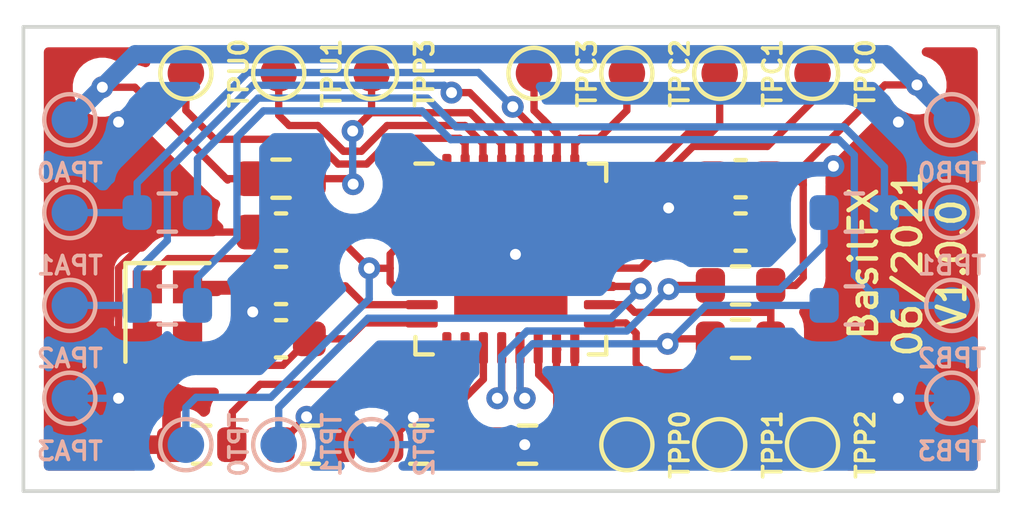
<source format=kicad_pcb>
(kicad_pcb (version 20171130) (host pcbnew "(5.1.10-1-10_14)")

  (general
    (thickness 1.6)
    (drawings 5)
    (tracks 337)
    (zones 0)
    (modules 39)
    (nets 27)
  )

  (page A4)
  (layers
    (0 F.Cu signal)
    (31 B.Cu signal)
    (32 B.Adhes user)
    (33 F.Adhes user)
    (34 B.Paste user)
    (35 F.Paste user)
    (36 B.SilkS user)
    (37 F.SilkS user)
    (38 B.Mask user)
    (39 F.Mask user)
    (40 Dwgs.User user)
    (41 Cmts.User user hide)
    (42 Eco1.User user)
    (43 Eco2.User user hide)
    (44 Edge.Cuts user)
    (45 Margin user)
    (46 B.CrtYd user)
    (47 F.CrtYd user)
    (48 B.Fab user hide)
    (49 F.Fab user hide)
  )

  (setup
    (last_trace_width 0.2)
    (user_trace_width 0.2)
    (trace_clearance 0.15)
    (zone_clearance 0.508)
    (zone_45_only no)
    (trace_min 0.2)
    (via_size 0.6)
    (via_drill 0.3)
    (via_min_size 0.4)
    (via_min_drill 0.3)
    (user_via 0.6 0.3)
    (uvia_size 0.3)
    (uvia_drill 0.1)
    (uvias_allowed no)
    (uvia_min_size 0.2)
    (uvia_min_drill 0.1)
    (edge_width 0.05)
    (segment_width 0.2)
    (pcb_text_width 0.3)
    (pcb_text_size 1.5 1.5)
    (mod_edge_width 0.12)
    (mod_text_size 1 1)
    (mod_text_width 0.15)
    (pad_size 1 1)
    (pad_drill 0)
    (pad_to_mask_clearance 0)
    (aux_axis_origin 0 0)
    (visible_elements FFFFFF7F)
    (pcbplotparams
      (layerselection 0x010fc_ffffffff)
      (usegerberextensions false)
      (usegerberattributes true)
      (usegerberadvancedattributes true)
      (creategerberjobfile true)
      (excludeedgelayer true)
      (linewidth 0.100000)
      (plotframeref false)
      (viasonmask false)
      (mode 1)
      (useauxorigin false)
      (hpglpennumber 1)
      (hpglpenspeed 20)
      (hpglpendiameter 15.000000)
      (psnegative false)
      (psa4output false)
      (plotreference true)
      (plotvalue true)
      (plotinvisibletext false)
      (padsonsilk false)
      (subtractmaskfromsilk false)
      (outputformat 1)
      (mirror false)
      (drillshape 1)
      (scaleselection 1)
      (outputdirectory ""))
  )

  (net 0 "")
  (net 1 "Net-(C2-Pad1)")
  (net 2 +5V)
  (net 3 GND)
  (net 4 /SDA1)
  (net 5 /M_SDA)
  (net 6 /SCL1)
  (net 7 /M_SCL)
  (net 8 /SDA2)
  (net 9 /SCL2)
  (net 10 /RES)
  (net 11 /MOSI)
  (net 12 /MISO)
  (net 13 /SCL)
  (net 14 /RX)
  (net 15 /TX)
  (net 16 /TEMP)
  (net 17 /XTAL2)
  (net 18 /XTAL1)
  (net 19 "Net-(R1-Pad2)")
  (net 20 "Net-(R2-Pad2)")
  (net 21 "Net-(R3-Pad2)")
  (net 22 /C0)
  (net 23 /C1)
  (net 24 /C2)
  (net 25 /C3)
  (net 26 "Net-(R11-Pad2)")

  (net_class Default "Dit is de standaard class."
    (clearance 0.15)
    (trace_width 0.2)
    (via_dia 0.6)
    (via_drill 0.3)
    (uvia_dia 0.3)
    (uvia_drill 0.1)
    (add_net /C0)
    (add_net /C1)
    (add_net /C2)
    (add_net /C3)
    (add_net /MISO)
    (add_net /MOSI)
    (add_net /M_SCL)
    (add_net /M_SDA)
    (add_net /RES)
    (add_net /RX)
    (add_net /SCL)
    (add_net /SCL1)
    (add_net /SCL2)
    (add_net /SDA1)
    (add_net /SDA2)
    (add_net /TEMP)
    (add_net /TX)
    (add_net /XTAL1)
    (add_net /XTAL2)
    (add_net "Net-(C2-Pad1)")
    (add_net "Net-(R1-Pad2)")
    (add_net "Net-(R11-Pad2)")
    (add_net "Net-(R2-Pad2)")
    (add_net "Net-(R3-Pad2)")
  )

  (net_class Power ""
    (clearance 0.15)
    (trace_width 0.5)
    (via_dia 0.8)
    (via_drill 0.4)
    (uvia_dia 0.3)
    (uvia_drill 0.1)
    (add_net +5V)
    (add_net GND)
  )

  (module Resistor_SMD:R_0603_1608Metric (layer F.Cu) (tedit 5F68FEEE) (tstamp 60BB85B0)
    (at 142.6718 114.3)
    (descr "Resistor SMD 0603 (1608 Metric), square (rectangular) end terminal, IPC_7351 nominal, (Body size source: IPC-SM-782 page 72, https://www.pcb-3d.com/wordpress/wp-content/uploads/ipc-sm-782a_amendment_1_and_2.pdf), generated with kicad-footprint-generator")
    (tags resistor)
    (path /60BD3789)
    (attr smd)
    (fp_text reference R1 (at 0 -1.43) (layer F.SilkS) hide
      (effects (font (size 1 1) (thickness 0.15)))
    )
    (fp_text value 0 (at 0 1.43) (layer F.Fab)
      (effects (font (size 1 1) (thickness 0.15)))
    )
    (fp_line (start 1.48 0.73) (end -1.48 0.73) (layer F.CrtYd) (width 0.05))
    (fp_line (start 1.48 -0.73) (end 1.48 0.73) (layer F.CrtYd) (width 0.05))
    (fp_line (start -1.48 -0.73) (end 1.48 -0.73) (layer F.CrtYd) (width 0.05))
    (fp_line (start -1.48 0.73) (end -1.48 -0.73) (layer F.CrtYd) (width 0.05))
    (fp_line (start -0.237258 0.5225) (end 0.237258 0.5225) (layer F.SilkS) (width 0.12))
    (fp_line (start -0.237258 -0.5225) (end 0.237258 -0.5225) (layer F.SilkS) (width 0.12))
    (fp_line (start 0.8 0.4125) (end -0.8 0.4125) (layer F.Fab) (width 0.1))
    (fp_line (start 0.8 -0.4125) (end 0.8 0.4125) (layer F.Fab) (width 0.1))
    (fp_line (start -0.8 -0.4125) (end 0.8 -0.4125) (layer F.Fab) (width 0.1))
    (fp_line (start -0.8 0.4125) (end -0.8 -0.4125) (layer F.Fab) (width 0.1))
    (fp_text user %R (at 0 0) (layer F.Fab)
      (effects (font (size 0.4 0.4) (thickness 0.06)))
    )
    (pad 2 smd roundrect (at 0.825 0) (size 0.8 0.95) (layers F.Cu F.Paste F.Mask) (roundrect_rratio 0.25)
      (net 19 "Net-(R1-Pad2)"))
    (pad 1 smd roundrect (at -0.825 0) (size 0.8 0.95) (layers F.Cu F.Paste F.Mask) (roundrect_rratio 0.25)
      (net 3 GND))
    (model ${KISYS3DMOD}/Resistor_SMD.3dshapes/R_0603_1608Metric.wrl
      (at (xyz 0 0 0))
      (scale (xyz 1 1 1))
      (rotate (xyz 0 0 0))
    )
  )

  (module Resistor_SMD:R_0603_1608Metric (layer F.Cu) (tedit 5F68FEEE) (tstamp 60C135AA)
    (at 145.6441 114.3)
    (descr "Resistor SMD 0603 (1608 Metric), square (rectangular) end terminal, IPC_7351 nominal, (Body size source: IPC-SM-782 page 72, https://www.pcb-3d.com/wordpress/wp-content/uploads/ipc-sm-782a_amendment_1_and_2.pdf), generated with kicad-footprint-generator")
    (tags resistor)
    (path /60BD3C66)
    (attr smd)
    (fp_text reference R2 (at 0 -1.43) (layer F.SilkS) hide
      (effects (font (size 1 1) (thickness 0.15)))
    )
    (fp_text value 0 (at 0 1.43) (layer F.Fab)
      (effects (font (size 1 1) (thickness 0.15)))
    )
    (fp_line (start 1.48 0.73) (end -1.48 0.73) (layer F.CrtYd) (width 0.05))
    (fp_line (start 1.48 -0.73) (end 1.48 0.73) (layer F.CrtYd) (width 0.05))
    (fp_line (start -1.48 -0.73) (end 1.48 -0.73) (layer F.CrtYd) (width 0.05))
    (fp_line (start -1.48 0.73) (end -1.48 -0.73) (layer F.CrtYd) (width 0.05))
    (fp_line (start -0.237258 0.5225) (end 0.237258 0.5225) (layer F.SilkS) (width 0.12))
    (fp_line (start -0.237258 -0.5225) (end 0.237258 -0.5225) (layer F.SilkS) (width 0.12))
    (fp_line (start 0.8 0.4125) (end -0.8 0.4125) (layer F.Fab) (width 0.1))
    (fp_line (start 0.8 -0.4125) (end 0.8 0.4125) (layer F.Fab) (width 0.1))
    (fp_line (start -0.8 -0.4125) (end 0.8 -0.4125) (layer F.Fab) (width 0.1))
    (fp_line (start -0.8 0.4125) (end -0.8 -0.4125) (layer F.Fab) (width 0.1))
    (fp_text user %R (at 0 0) (layer F.Fab)
      (effects (font (size 0.4 0.4) (thickness 0.06)))
    )
    (pad 2 smd roundrect (at 0.825 0) (size 0.8 0.95) (layers F.Cu F.Paste F.Mask) (roundrect_rratio 0.25)
      (net 20 "Net-(R2-Pad2)"))
    (pad 1 smd roundrect (at -0.825 0) (size 0.8 0.95) (layers F.Cu F.Paste F.Mask) (roundrect_rratio 0.25)
      (net 3 GND))
    (model ${KISYS3DMOD}/Resistor_SMD.3dshapes/R_0603_1608Metric.wrl
      (at (xyz 0 0 0))
      (scale (xyz 1 1 1))
      (rotate (xyz 0 0 0))
    )
  )

  (module Resistor_SMD:R_0603_1608Metric (layer F.Cu) (tedit 5F68FEEE) (tstamp 60BB80ED)
    (at 148.6149 114.3)
    (descr "Resistor SMD 0603 (1608 Metric), square (rectangular) end terminal, IPC_7351 nominal, (Body size source: IPC-SM-782 page 72, https://www.pcb-3d.com/wordpress/wp-content/uploads/ipc-sm-782a_amendment_1_and_2.pdf), generated with kicad-footprint-generator")
    (tags resistor)
    (path /60BD4040)
    (attr smd)
    (fp_text reference R3 (at 0 -1.43) (layer F.SilkS) hide
      (effects (font (size 1 1) (thickness 0.15)))
    )
    (fp_text value 0 (at 0 1.43) (layer F.Fab)
      (effects (font (size 1 1) (thickness 0.15)))
    )
    (fp_line (start 1.48 0.73) (end -1.48 0.73) (layer F.CrtYd) (width 0.05))
    (fp_line (start 1.48 -0.73) (end 1.48 0.73) (layer F.CrtYd) (width 0.05))
    (fp_line (start -1.48 -0.73) (end 1.48 -0.73) (layer F.CrtYd) (width 0.05))
    (fp_line (start -1.48 0.73) (end -1.48 -0.73) (layer F.CrtYd) (width 0.05))
    (fp_line (start -0.237258 0.5225) (end 0.237258 0.5225) (layer F.SilkS) (width 0.12))
    (fp_line (start -0.237258 -0.5225) (end 0.237258 -0.5225) (layer F.SilkS) (width 0.12))
    (fp_line (start 0.8 0.4125) (end -0.8 0.4125) (layer F.Fab) (width 0.1))
    (fp_line (start 0.8 -0.4125) (end 0.8 0.4125) (layer F.Fab) (width 0.1))
    (fp_line (start -0.8 -0.4125) (end 0.8 -0.4125) (layer F.Fab) (width 0.1))
    (fp_line (start -0.8 0.4125) (end -0.8 -0.4125) (layer F.Fab) (width 0.1))
    (fp_text user %R (at 0 0) (layer F.Fab)
      (effects (font (size 0.4 0.4) (thickness 0.06)))
    )
    (pad 2 smd roundrect (at 0.825 0) (size 0.8 0.95) (layers F.Cu F.Paste F.Mask) (roundrect_rratio 0.25)
      (net 21 "Net-(R3-Pad2)"))
    (pad 1 smd roundrect (at -0.825 0) (size 0.8 0.95) (layers F.Cu F.Paste F.Mask) (roundrect_rratio 0.25)
      (net 3 GND))
    (model ${KISYS3DMOD}/Resistor_SMD.3dshapes/R_0603_1608Metric.wrl
      (at (xyz 0 0 0))
      (scale (xyz 1 1 1))
      (rotate (xyz 0 0 0))
    )
  )

  (module Resistor_SMD:R_0603_1608Metric (layer B.Cu) (tedit 5F68FEEE) (tstamp 60BB812E)
    (at 160.528 107.95)
    (descr "Resistor SMD 0603 (1608 Metric), square (rectangular) end terminal, IPC_7351 nominal, (Body size source: IPC-SM-782 page 72, https://www.pcb-3d.com/wordpress/wp-content/uploads/ipc-sm-782a_amendment_1_and_2.pdf), generated with kicad-footprint-generator")
    (tags resistor)
    (path /60BD424A)
    (attr smd)
    (fp_text reference R7 (at 0 1.43) (layer B.SilkS) hide
      (effects (font (size 1 1) (thickness 0.15)) (justify mirror))
    )
    (fp_text value 0 (at 0 -1.43) (layer B.Fab)
      (effects (font (size 1 1) (thickness 0.15)) (justify mirror))
    )
    (fp_line (start 1.48 -0.73) (end -1.48 -0.73) (layer B.CrtYd) (width 0.05))
    (fp_line (start 1.48 0.73) (end 1.48 -0.73) (layer B.CrtYd) (width 0.05))
    (fp_line (start -1.48 0.73) (end 1.48 0.73) (layer B.CrtYd) (width 0.05))
    (fp_line (start -1.48 -0.73) (end -1.48 0.73) (layer B.CrtYd) (width 0.05))
    (fp_line (start -0.237258 -0.5225) (end 0.237258 -0.5225) (layer B.SilkS) (width 0.12))
    (fp_line (start -0.237258 0.5225) (end 0.237258 0.5225) (layer B.SilkS) (width 0.12))
    (fp_line (start 0.8 -0.4125) (end -0.8 -0.4125) (layer B.Fab) (width 0.1))
    (fp_line (start 0.8 0.4125) (end 0.8 -0.4125) (layer B.Fab) (width 0.1))
    (fp_line (start -0.8 0.4125) (end 0.8 0.4125) (layer B.Fab) (width 0.1))
    (fp_line (start -0.8 -0.4125) (end -0.8 0.4125) (layer B.Fab) (width 0.1))
    (fp_text user %R (at 0 0) (layer B.Fab)
      (effects (font (size 0.4 0.4) (thickness 0.06)) (justify mirror))
    )
    (pad 2 smd roundrect (at 0.825 0) (size 0.8 0.95) (layers B.Cu B.Paste B.Mask) (roundrect_rratio 0.25)
      (net 4 /SDA1))
    (pad 1 smd roundrect (at -0.825 0) (size 0.8 0.95) (layers B.Cu B.Paste B.Mask) (roundrect_rratio 0.25)
      (net 5 /M_SDA))
    (model ${KISYS3DMOD}/Resistor_SMD.3dshapes/R_0603_1608Metric.wrl
      (at (xyz 0 0 0))
      (scale (xyz 1 1 1))
      (rotate (xyz 0 0 0))
    )
  )

  (module Resistor_SMD:R_0603_1608Metric (layer B.Cu) (tedit 5F68FEEE) (tstamp 60BB813F)
    (at 160.528 110.49)
    (descr "Resistor SMD 0603 (1608 Metric), square (rectangular) end terminal, IPC_7351 nominal, (Body size source: IPC-SM-782 page 72, https://www.pcb-3d.com/wordpress/wp-content/uploads/ipc-sm-782a_amendment_1_and_2.pdf), generated with kicad-footprint-generator")
    (tags resistor)
    (path /60BD4D31)
    (attr smd)
    (fp_text reference R8 (at 0 1.43) (layer B.SilkS) hide
      (effects (font (size 1 1) (thickness 0.15)) (justify mirror))
    )
    (fp_text value 0 (at 0 -1.43) (layer B.Fab)
      (effects (font (size 1 1) (thickness 0.15)) (justify mirror))
    )
    (fp_line (start 1.48 -0.73) (end -1.48 -0.73) (layer B.CrtYd) (width 0.05))
    (fp_line (start 1.48 0.73) (end 1.48 -0.73) (layer B.CrtYd) (width 0.05))
    (fp_line (start -1.48 0.73) (end 1.48 0.73) (layer B.CrtYd) (width 0.05))
    (fp_line (start -1.48 -0.73) (end -1.48 0.73) (layer B.CrtYd) (width 0.05))
    (fp_line (start -0.237258 -0.5225) (end 0.237258 -0.5225) (layer B.SilkS) (width 0.12))
    (fp_line (start -0.237258 0.5225) (end 0.237258 0.5225) (layer B.SilkS) (width 0.12))
    (fp_line (start 0.8 -0.4125) (end -0.8 -0.4125) (layer B.Fab) (width 0.1))
    (fp_line (start 0.8 0.4125) (end 0.8 -0.4125) (layer B.Fab) (width 0.1))
    (fp_line (start -0.8 0.4125) (end 0.8 0.4125) (layer B.Fab) (width 0.1))
    (fp_line (start -0.8 -0.4125) (end -0.8 0.4125) (layer B.Fab) (width 0.1))
    (fp_text user %R (at 0 0) (layer B.Fab)
      (effects (font (size 0.4 0.4) (thickness 0.06)) (justify mirror))
    )
    (pad 2 smd roundrect (at 0.825 0) (size 0.8 0.95) (layers B.Cu B.Paste B.Mask) (roundrect_rratio 0.25)
      (net 6 /SCL1))
    (pad 1 smd roundrect (at -0.825 0) (size 0.8 0.95) (layers B.Cu B.Paste B.Mask) (roundrect_rratio 0.25)
      (net 7 /M_SCL))
    (model ${KISYS3DMOD}/Resistor_SMD.3dshapes/R_0603_1608Metric.wrl
      (at (xyz 0 0 0))
      (scale (xyz 1 1 1))
      (rotate (xyz 0 0 0))
    )
  )

  (module Resistor_SMD:R_0603_1608Metric (layer B.Cu) (tedit 5F68FEEE) (tstamp 60BB8150)
    (at 141.732 107.95)
    (descr "Resistor SMD 0603 (1608 Metric), square (rectangular) end terminal, IPC_7351 nominal, (Body size source: IPC-SM-782 page 72, https://www.pcb-3d.com/wordpress/wp-content/uploads/ipc-sm-782a_amendment_1_and_2.pdf), generated with kicad-footprint-generator")
    (tags resistor)
    (path /60BD5140)
    (attr smd)
    (fp_text reference R9 (at 0 1.43) (layer B.SilkS) hide
      (effects (font (size 1 1) (thickness 0.15)) (justify mirror))
    )
    (fp_text value 0 (at 0 -1.43) (layer B.Fab)
      (effects (font (size 1 1) (thickness 0.15)) (justify mirror))
    )
    (fp_line (start 1.48 -0.73) (end -1.48 -0.73) (layer B.CrtYd) (width 0.05))
    (fp_line (start 1.48 0.73) (end 1.48 -0.73) (layer B.CrtYd) (width 0.05))
    (fp_line (start -1.48 0.73) (end 1.48 0.73) (layer B.CrtYd) (width 0.05))
    (fp_line (start -1.48 -0.73) (end -1.48 0.73) (layer B.CrtYd) (width 0.05))
    (fp_line (start -0.237258 -0.5225) (end 0.237258 -0.5225) (layer B.SilkS) (width 0.12))
    (fp_line (start -0.237258 0.5225) (end 0.237258 0.5225) (layer B.SilkS) (width 0.12))
    (fp_line (start 0.8 -0.4125) (end -0.8 -0.4125) (layer B.Fab) (width 0.1))
    (fp_line (start 0.8 0.4125) (end 0.8 -0.4125) (layer B.Fab) (width 0.1))
    (fp_line (start -0.8 0.4125) (end 0.8 0.4125) (layer B.Fab) (width 0.1))
    (fp_line (start -0.8 -0.4125) (end -0.8 0.4125) (layer B.Fab) (width 0.1))
    (fp_text user %R (at 0 0) (layer B.Fab)
      (effects (font (size 0.4 0.4) (thickness 0.06)) (justify mirror))
    )
    (pad 2 smd roundrect (at 0.825 0) (size 0.8 0.95) (layers B.Cu B.Paste B.Mask) (roundrect_rratio 0.25)
      (net 4 /SDA1))
    (pad 1 smd roundrect (at -0.825 0) (size 0.8 0.95) (layers B.Cu B.Paste B.Mask) (roundrect_rratio 0.25)
      (net 8 /SDA2))
    (model ${KISYS3DMOD}/Resistor_SMD.3dshapes/R_0603_1608Metric.wrl
      (at (xyz 0 0 0))
      (scale (xyz 1 1 1))
      (rotate (xyz 0 0 0))
    )
  )

  (module Resistor_SMD:R_0603_1608Metric (layer B.Cu) (tedit 5F68FEEE) (tstamp 60BB8161)
    (at 141.732 110.49)
    (descr "Resistor SMD 0603 (1608 Metric), square (rectangular) end terminal, IPC_7351 nominal, (Body size source: IPC-SM-782 page 72, https://www.pcb-3d.com/wordpress/wp-content/uploads/ipc-sm-782a_amendment_1_and_2.pdf), generated with kicad-footprint-generator")
    (tags resistor)
    (path /60BD582D)
    (attr smd)
    (fp_text reference R10 (at 0 1.43) (layer B.SilkS) hide
      (effects (font (size 1 1) (thickness 0.15)) (justify mirror))
    )
    (fp_text value 0 (at 0 -1.43) (layer B.Fab)
      (effects (font (size 1 1) (thickness 0.15)) (justify mirror))
    )
    (fp_line (start 1.48 -0.73) (end -1.48 -0.73) (layer B.CrtYd) (width 0.05))
    (fp_line (start 1.48 0.73) (end 1.48 -0.73) (layer B.CrtYd) (width 0.05))
    (fp_line (start -1.48 0.73) (end 1.48 0.73) (layer B.CrtYd) (width 0.05))
    (fp_line (start -1.48 -0.73) (end -1.48 0.73) (layer B.CrtYd) (width 0.05))
    (fp_line (start -0.237258 -0.5225) (end 0.237258 -0.5225) (layer B.SilkS) (width 0.12))
    (fp_line (start -0.237258 0.5225) (end 0.237258 0.5225) (layer B.SilkS) (width 0.12))
    (fp_line (start 0.8 -0.4125) (end -0.8 -0.4125) (layer B.Fab) (width 0.1))
    (fp_line (start 0.8 0.4125) (end 0.8 -0.4125) (layer B.Fab) (width 0.1))
    (fp_line (start -0.8 0.4125) (end 0.8 0.4125) (layer B.Fab) (width 0.1))
    (fp_line (start -0.8 -0.4125) (end -0.8 0.4125) (layer B.Fab) (width 0.1))
    (fp_text user %R (at 0 0) (layer B.Fab)
      (effects (font (size 0.4 0.4) (thickness 0.06)) (justify mirror))
    )
    (pad 2 smd roundrect (at 0.825 0) (size 0.8 0.95) (layers B.Cu B.Paste B.Mask) (roundrect_rratio 0.25)
      (net 6 /SCL1))
    (pad 1 smd roundrect (at -0.825 0) (size 0.8 0.95) (layers B.Cu B.Paste B.Mask) (roundrect_rratio 0.25)
      (net 9 /SCL2))
    (model ${KISYS3DMOD}/Resistor_SMD.3dshapes/R_0603_1608Metric.wrl
      (at (xyz 0 0 0))
      (scale (xyz 1 1 1))
      (rotate (xyz 0 0 0))
    )
  )

  (module Resistor_SMD:R_0603_1608Metric (layer F.Cu) (tedit 5F68FEEE) (tstamp 60BFF383)
    (at 151.5872 114.3)
    (descr "Resistor SMD 0603 (1608 Metric), square (rectangular) end terminal, IPC_7351 nominal, (Body size source: IPC-SM-782 page 72, https://www.pcb-3d.com/wordpress/wp-content/uploads/ipc-sm-782a_amendment_1_and_2.pdf), generated with kicad-footprint-generator")
    (tags resistor)
    (path /60BD87B2)
    (attr smd)
    (fp_text reference R11 (at 0 -1.43) (layer F.SilkS) hide
      (effects (font (size 1 1) (thickness 0.15)))
    )
    (fp_text value 0 (at 0 1.43) (layer F.Fab)
      (effects (font (size 1 1) (thickness 0.15)))
    )
    (fp_line (start 1.48 0.73) (end -1.48 0.73) (layer F.CrtYd) (width 0.05))
    (fp_line (start 1.48 -0.73) (end 1.48 0.73) (layer F.CrtYd) (width 0.05))
    (fp_line (start -1.48 -0.73) (end 1.48 -0.73) (layer F.CrtYd) (width 0.05))
    (fp_line (start -1.48 0.73) (end -1.48 -0.73) (layer F.CrtYd) (width 0.05))
    (fp_line (start -0.237258 0.5225) (end 0.237258 0.5225) (layer F.SilkS) (width 0.12))
    (fp_line (start -0.237258 -0.5225) (end 0.237258 -0.5225) (layer F.SilkS) (width 0.12))
    (fp_line (start 0.8 0.4125) (end -0.8 0.4125) (layer F.Fab) (width 0.1))
    (fp_line (start 0.8 -0.4125) (end 0.8 0.4125) (layer F.Fab) (width 0.1))
    (fp_line (start -0.8 -0.4125) (end 0.8 -0.4125) (layer F.Fab) (width 0.1))
    (fp_line (start -0.8 0.4125) (end -0.8 -0.4125) (layer F.Fab) (width 0.1))
    (fp_text user %R (at 0 0) (layer F.Fab)
      (effects (font (size 0.4 0.4) (thickness 0.06)))
    )
    (pad 1 smd roundrect (at -0.825 0) (size 0.8 0.95) (layers F.Cu F.Paste F.Mask) (roundrect_rratio 0.25)
      (net 3 GND))
    (pad 2 smd roundrect (at 0.825 0) (size 0.8 0.95) (layers F.Cu F.Paste F.Mask) (roundrect_rratio 0.25)
      (net 26 "Net-(R11-Pad2)"))
    (model ${KISYS3DMOD}/Resistor_SMD.3dshapes/R_0603_1608Metric.wrl
      (at (xyz 0 0 0))
      (scale (xyz 1 1 1))
      (rotate (xyz 0 0 0))
    )
  )

  (module Crystal:Crystal_SMD_2016-4Pin_2.0x1.6mm (layer F.Cu) (tedit 5A0FD1B2) (tstamp 60BCED83)
    (at 141.7359 110.682 270)
    (descr "SMD Crystal SERIES SMD2016/4 http://www.q-crystal.com/upload/5/2015552223166229.pdf, 2.0x1.6mm^2 package")
    (tags "SMD SMT crystal")
    (path /60EA78AF)
    (attr smd)
    (fp_text reference Y1 (at 0 -2 90) (layer F.SilkS) hide
      (effects (font (size 1 1) (thickness 0.15)))
    )
    (fp_text value 16MHz (at 0 2 90) (layer F.Fab)
      (effects (font (size 1 1) (thickness 0.15)))
    )
    (fp_line (start 1.4 -1.3) (end -1.4 -1.3) (layer F.CrtYd) (width 0.05))
    (fp_line (start 1.4 1.3) (end 1.4 -1.3) (layer F.CrtYd) (width 0.05))
    (fp_line (start -1.4 1.3) (end 1.4 1.3) (layer F.CrtYd) (width 0.05))
    (fp_line (start -1.4 -1.3) (end -1.4 1.3) (layer F.CrtYd) (width 0.05))
    (fp_line (start -1.35 1.15) (end 1.35 1.15) (layer F.SilkS) (width 0.12))
    (fp_line (start -1.35 -1.15) (end -1.35 1.15) (layer F.SilkS) (width 0.12))
    (fp_line (start -1 0.3) (end -0.5 0.8) (layer F.Fab) (width 0.1))
    (fp_line (start -1 -0.7) (end -0.9 -0.8) (layer F.Fab) (width 0.1))
    (fp_line (start -1 0.7) (end -1 -0.7) (layer F.Fab) (width 0.1))
    (fp_line (start -0.9 0.8) (end -1 0.7) (layer F.Fab) (width 0.1))
    (fp_line (start 0.9 0.8) (end -0.9 0.8) (layer F.Fab) (width 0.1))
    (fp_line (start 1 0.7) (end 0.9 0.8) (layer F.Fab) (width 0.1))
    (fp_line (start 1 -0.7) (end 1 0.7) (layer F.Fab) (width 0.1))
    (fp_line (start 0.9 -0.8) (end 1 -0.7) (layer F.Fab) (width 0.1))
    (fp_line (start -0.9 -0.8) (end 0.9 -0.8) (layer F.Fab) (width 0.1))
    (fp_text user %R (at 0 0 90) (layer F.Fab)
      (effects (font (size 0.5 0.5) (thickness 0.075)))
    )
    (pad 4 smd rect (at -0.7 -0.55 270) (size 0.9 0.8) (layers F.Cu F.Paste F.Mask)
      (net 3 GND))
    (pad 3 smd rect (at 0.7 -0.55 270) (size 0.9 0.8) (layers F.Cu F.Paste F.Mask)
      (net 17 /XTAL2))
    (pad 2 smd rect (at 0.7 0.55 270) (size 0.9 0.8) (layers F.Cu F.Paste F.Mask)
      (net 3 GND))
    (pad 1 smd rect (at -0.7 0.55 270) (size 0.9 0.8) (layers F.Cu F.Paste F.Mask)
      (net 18 /XTAL1))
    (model ${KISYS3DMOD}/Crystal.3dshapes/Crystal_SMD_2016-4Pin_2.0x1.6mm.wrl
      (at (xyz 0 0 0))
      (scale (xyz 1 1 1))
      (rotate (xyz 0 0 0))
    )
  )

  (module Capacitor_SMD:C_0603_1608Metric (layer F.Cu) (tedit 5F68FEEE) (tstamp 60BD4877)
    (at 144.8432 109.9439 180)
    (descr "Capacitor SMD 0603 (1608 Metric), square (rectangular) end terminal, IPC_7351 nominal, (Body size source: IPC-SM-782 page 76, https://www.pcb-3d.com/wordpress/wp-content/uploads/ipc-sm-782a_amendment_1_and_2.pdf), generated with kicad-footprint-generator")
    (tags capacitor)
    (path /60E73CBC)
    (attr smd)
    (fp_text reference C4 (at 0 -1.43) (layer F.SilkS) hide
      (effects (font (size 1 1) (thickness 0.15)))
    )
    (fp_text value 15pF (at 0 1.43) (layer F.Fab)
      (effects (font (size 1 1) (thickness 0.15)))
    )
    (fp_line (start 1.48 0.73) (end -1.48 0.73) (layer F.CrtYd) (width 0.05))
    (fp_line (start 1.48 -0.73) (end 1.48 0.73) (layer F.CrtYd) (width 0.05))
    (fp_line (start -1.48 -0.73) (end 1.48 -0.73) (layer F.CrtYd) (width 0.05))
    (fp_line (start -1.48 0.73) (end -1.48 -0.73) (layer F.CrtYd) (width 0.05))
    (fp_line (start -0.14058 0.51) (end 0.14058 0.51) (layer F.SilkS) (width 0.12))
    (fp_line (start -0.14058 -0.51) (end 0.14058 -0.51) (layer F.SilkS) (width 0.12))
    (fp_line (start 0.8 0.4) (end -0.8 0.4) (layer F.Fab) (width 0.1))
    (fp_line (start 0.8 -0.4) (end 0.8 0.4) (layer F.Fab) (width 0.1))
    (fp_line (start -0.8 -0.4) (end 0.8 -0.4) (layer F.Fab) (width 0.1))
    (fp_line (start -0.8 0.4) (end -0.8 -0.4) (layer F.Fab) (width 0.1))
    (fp_text user %R (at 0 0) (layer F.Fab)
      (effects (font (size 0.4 0.4) (thickness 0.06)))
    )
    (pad 2 smd roundrect (at 0.775 0 180) (size 0.9 0.95) (layers F.Cu F.Paste F.Mask) (roundrect_rratio 0.25)
      (net 3 GND))
    (pad 1 smd roundrect (at -0.775 0 180) (size 0.9 0.95) (layers F.Cu F.Paste F.Mask) (roundrect_rratio 0.25)
      (net 18 /XTAL1))
    (model ${KISYS3DMOD}/Capacitor_SMD.3dshapes/C_0603_1608Metric.wrl
      (at (xyz 0 0 0))
      (scale (xyz 1 1 1))
      (rotate (xyz 0 0 0))
    )
  )

  (module Capacitor_SMD:C_0603_1608Metric (layer F.Cu) (tedit 5F68FEEE) (tstamp 60BD4909)
    (at 144.8432 111.4044 180)
    (descr "Capacitor SMD 0603 (1608 Metric), square (rectangular) end terminal, IPC_7351 nominal, (Body size source: IPC-SM-782 page 76, https://www.pcb-3d.com/wordpress/wp-content/uploads/ipc-sm-782a_amendment_1_and_2.pdf), generated with kicad-footprint-generator")
    (tags capacitor)
    (path /60E80DD0)
    (attr smd)
    (fp_text reference C5 (at 0 -1.43) (layer F.SilkS) hide
      (effects (font (size 1 1) (thickness 0.15)))
    )
    (fp_text value 15pF (at 0 1.43) (layer F.Fab)
      (effects (font (size 1 1) (thickness 0.15)))
    )
    (fp_line (start -0.8 0.4) (end -0.8 -0.4) (layer F.Fab) (width 0.1))
    (fp_line (start -0.8 -0.4) (end 0.8 -0.4) (layer F.Fab) (width 0.1))
    (fp_line (start 0.8 -0.4) (end 0.8 0.4) (layer F.Fab) (width 0.1))
    (fp_line (start 0.8 0.4) (end -0.8 0.4) (layer F.Fab) (width 0.1))
    (fp_line (start -0.14058 -0.51) (end 0.14058 -0.51) (layer F.SilkS) (width 0.12))
    (fp_line (start -0.14058 0.51) (end 0.14058 0.51) (layer F.SilkS) (width 0.12))
    (fp_line (start -1.48 0.73) (end -1.48 -0.73) (layer F.CrtYd) (width 0.05))
    (fp_line (start -1.48 -0.73) (end 1.48 -0.73) (layer F.CrtYd) (width 0.05))
    (fp_line (start 1.48 -0.73) (end 1.48 0.73) (layer F.CrtYd) (width 0.05))
    (fp_line (start 1.48 0.73) (end -1.48 0.73) (layer F.CrtYd) (width 0.05))
    (fp_text user %R (at 0 0) (layer F.Fab)
      (effects (font (size 0.4 0.4) (thickness 0.06)))
    )
    (pad 1 smd roundrect (at -0.775 0 180) (size 0.9 0.95) (layers F.Cu F.Paste F.Mask) (roundrect_rratio 0.25)
      (net 17 /XTAL2))
    (pad 2 smd roundrect (at 0.775 0 180) (size 0.9 0.95) (layers F.Cu F.Paste F.Mask) (roundrect_rratio 0.25)
      (net 3 GND))
    (model ${KISYS3DMOD}/Capacitor_SMD.3dshapes/C_0603_1608Metric.wrl
      (at (xyz 0 0 0))
      (scale (xyz 1 1 1))
      (rotate (xyz 0 0 0))
    )
  )

  (module Resistor_SMD:R_0603_1608Metric (layer F.Cu) (tedit 5F68FEEE) (tstamp 60BD45D3)
    (at 157.416 111.4044 180)
    (descr "Resistor SMD 0603 (1608 Metric), square (rectangular) end terminal, IPC_7351 nominal, (Body size source: IPC-SM-782 page 72, https://www.pcb-3d.com/wordpress/wp-content/uploads/ipc-sm-782a_amendment_1_and_2.pdf), generated with kicad-footprint-generator")
    (tags resistor)
    (path /60C1ACD6)
    (attr smd)
    (fp_text reference R6 (at 0 -1.43) (layer F.SilkS) hide
      (effects (font (size 1 1) (thickness 0.15)))
    )
    (fp_text value 4K7 (at 0 1.43) (layer F.Fab)
      (effects (font (size 1 1) (thickness 0.15)))
    )
    (fp_line (start 1.48 0.73) (end -1.48 0.73) (layer F.CrtYd) (width 0.05))
    (fp_line (start 1.48 -0.73) (end 1.48 0.73) (layer F.CrtYd) (width 0.05))
    (fp_line (start -1.48 -0.73) (end 1.48 -0.73) (layer F.CrtYd) (width 0.05))
    (fp_line (start -1.48 0.73) (end -1.48 -0.73) (layer F.CrtYd) (width 0.05))
    (fp_line (start -0.237258 0.5225) (end 0.237258 0.5225) (layer F.SilkS) (width 0.12))
    (fp_line (start -0.237258 -0.5225) (end 0.237258 -0.5225) (layer F.SilkS) (width 0.12))
    (fp_line (start 0.8 0.4125) (end -0.8 0.4125) (layer F.Fab) (width 0.1))
    (fp_line (start 0.8 -0.4125) (end 0.8 0.4125) (layer F.Fab) (width 0.1))
    (fp_line (start -0.8 -0.4125) (end 0.8 -0.4125) (layer F.Fab) (width 0.1))
    (fp_line (start -0.8 0.4125) (end -0.8 -0.4125) (layer F.Fab) (width 0.1))
    (fp_text user %R (at 0 0) (layer F.Fab)
      (effects (font (size 0.4 0.4) (thickness 0.06)))
    )
    (pad 2 smd roundrect (at 0.825 0 180) (size 0.8 0.95) (layers F.Cu F.Paste F.Mask) (roundrect_rratio 0.25)
      (net 7 /M_SCL))
    (pad 1 smd roundrect (at -0.825 0 180) (size 0.8 0.95) (layers F.Cu F.Paste F.Mask) (roundrect_rratio 0.25)
      (net 2 +5V))
    (model ${KISYS3DMOD}/Resistor_SMD.3dshapes/R_0603_1608Metric.wrl
      (at (xyz 0 0 0))
      (scale (xyz 1 1 1))
      (rotate (xyz 0 0 0))
    )
  )

  (module Resistor_SMD:R_0603_1608Metric (layer F.Cu) (tedit 5F68FEEE) (tstamp 60BD4532)
    (at 157.416 109.9439 180)
    (descr "Resistor SMD 0603 (1608 Metric), square (rectangular) end terminal, IPC_7351 nominal, (Body size source: IPC-SM-782 page 72, https://www.pcb-3d.com/wordpress/wp-content/uploads/ipc-sm-782a_amendment_1_and_2.pdf), generated with kicad-footprint-generator")
    (tags resistor)
    (path /60C1957A)
    (attr smd)
    (fp_text reference R5 (at 0 -1.43) (layer F.SilkS) hide
      (effects (font (size 1 1) (thickness 0.15)))
    )
    (fp_text value 4K7 (at 0 1.43) (layer F.Fab)
      (effects (font (size 1 1) (thickness 0.15)))
    )
    (fp_line (start 1.48 0.73) (end -1.48 0.73) (layer F.CrtYd) (width 0.05))
    (fp_line (start 1.48 -0.73) (end 1.48 0.73) (layer F.CrtYd) (width 0.05))
    (fp_line (start -1.48 -0.73) (end 1.48 -0.73) (layer F.CrtYd) (width 0.05))
    (fp_line (start -1.48 0.73) (end -1.48 -0.73) (layer F.CrtYd) (width 0.05))
    (fp_line (start -0.237258 0.5225) (end 0.237258 0.5225) (layer F.SilkS) (width 0.12))
    (fp_line (start -0.237258 -0.5225) (end 0.237258 -0.5225) (layer F.SilkS) (width 0.12))
    (fp_line (start 0.8 0.4125) (end -0.8 0.4125) (layer F.Fab) (width 0.1))
    (fp_line (start 0.8 -0.4125) (end 0.8 0.4125) (layer F.Fab) (width 0.1))
    (fp_line (start -0.8 -0.4125) (end 0.8 -0.4125) (layer F.Fab) (width 0.1))
    (fp_line (start -0.8 0.4125) (end -0.8 -0.4125) (layer F.Fab) (width 0.1))
    (fp_text user %R (at 0 0) (layer F.Fab)
      (effects (font (size 0.4 0.4) (thickness 0.06)))
    )
    (pad 2 smd roundrect (at 0.825 0 180) (size 0.8 0.95) (layers F.Cu F.Paste F.Mask) (roundrect_rratio 0.25)
      (net 5 /M_SDA))
    (pad 1 smd roundrect (at -0.825 0 180) (size 0.8 0.95) (layers F.Cu F.Paste F.Mask) (roundrect_rratio 0.25)
      (net 2 +5V))
    (model ${KISYS3DMOD}/Resistor_SMD.3dshapes/R_0603_1608Metric.wrl
      (at (xyz 0 0 0))
      (scale (xyz 1 1 1))
      (rotate (xyz 0 0 0))
    )
  )

  (module Resistor_SMD:R_0603_1608Metric (layer F.Cu) (tedit 5F68FEEE) (tstamp 60BD410E)
    (at 144.844 107.0229)
    (descr "Resistor SMD 0603 (1608 Metric), square (rectangular) end terminal, IPC_7351 nominal, (Body size source: IPC-SM-782 page 72, https://www.pcb-3d.com/wordpress/wp-content/uploads/ipc-sm-782a_amendment_1_and_2.pdf), generated with kicad-footprint-generator")
    (tags resistor)
    (path /60B7ECC1)
    (attr smd)
    (fp_text reference R4 (at 0 -1.43) (layer F.SilkS) hide
      (effects (font (size 1 1) (thickness 0.15)))
    )
    (fp_text value 10K (at 0 1.43) (layer F.Fab)
      (effects (font (size 1 1) (thickness 0.15)))
    )
    (fp_line (start 1.48 0.73) (end -1.48 0.73) (layer F.CrtYd) (width 0.05))
    (fp_line (start 1.48 -0.73) (end 1.48 0.73) (layer F.CrtYd) (width 0.05))
    (fp_line (start -1.48 -0.73) (end 1.48 -0.73) (layer F.CrtYd) (width 0.05))
    (fp_line (start -1.48 0.73) (end -1.48 -0.73) (layer F.CrtYd) (width 0.05))
    (fp_line (start -0.237258 0.5225) (end 0.237258 0.5225) (layer F.SilkS) (width 0.12))
    (fp_line (start -0.237258 -0.5225) (end 0.237258 -0.5225) (layer F.SilkS) (width 0.12))
    (fp_line (start 0.8 0.4125) (end -0.8 0.4125) (layer F.Fab) (width 0.1))
    (fp_line (start 0.8 -0.4125) (end 0.8 0.4125) (layer F.Fab) (width 0.1))
    (fp_line (start -0.8 -0.4125) (end 0.8 -0.4125) (layer F.Fab) (width 0.1))
    (fp_line (start -0.8 0.4125) (end -0.8 -0.4125) (layer F.Fab) (width 0.1))
    (fp_text user %R (at 0 0) (layer F.Fab)
      (effects (font (size 0.4 0.4) (thickness 0.06)))
    )
    (pad 2 smd roundrect (at 0.825 0) (size 0.8 0.95) (layers F.Cu F.Paste F.Mask) (roundrect_rratio 0.25)
      (net 10 /RES))
    (pad 1 smd roundrect (at -0.825 0) (size 0.8 0.95) (layers F.Cu F.Paste F.Mask) (roundrect_rratio 0.25)
      (net 2 +5V))
    (model ${KISYS3DMOD}/Resistor_SMD.3dshapes/R_0603_1608Metric.wrl
      (at (xyz 0 0 0))
      (scale (xyz 1 1 1))
      (rotate (xyz 0 0 0))
    )
  )

  (module Capacitor_SMD:C_0603_1608Metric (layer F.Cu) (tedit 5F68FEEE) (tstamp 60BD4562)
    (at 157.4168 107.0229)
    (descr "Capacitor SMD 0603 (1608 Metric), square (rectangular) end terminal, IPC_7351 nominal, (Body size source: IPC-SM-782 page 76, https://www.pcb-3d.com/wordpress/wp-content/uploads/ipc-sm-782a_amendment_1_and_2.pdf), generated with kicad-footprint-generator")
    (tags capacitor)
    (path /60C89915)
    (attr smd)
    (fp_text reference C3 (at 0 -1.43) (layer F.SilkS) hide
      (effects (font (size 1 1) (thickness 0.15)))
    )
    (fp_text value 100nF (at 0 1.43) (layer F.Fab)
      (effects (font (size 1 1) (thickness 0.15)))
    )
    (fp_line (start 1.48 0.73) (end -1.48 0.73) (layer F.CrtYd) (width 0.05))
    (fp_line (start 1.48 -0.73) (end 1.48 0.73) (layer F.CrtYd) (width 0.05))
    (fp_line (start -1.48 -0.73) (end 1.48 -0.73) (layer F.CrtYd) (width 0.05))
    (fp_line (start -1.48 0.73) (end -1.48 -0.73) (layer F.CrtYd) (width 0.05))
    (fp_line (start -0.14058 0.51) (end 0.14058 0.51) (layer F.SilkS) (width 0.12))
    (fp_line (start -0.14058 -0.51) (end 0.14058 -0.51) (layer F.SilkS) (width 0.12))
    (fp_line (start 0.8 0.4) (end -0.8 0.4) (layer F.Fab) (width 0.1))
    (fp_line (start 0.8 -0.4) (end 0.8 0.4) (layer F.Fab) (width 0.1))
    (fp_line (start -0.8 -0.4) (end 0.8 -0.4) (layer F.Fab) (width 0.1))
    (fp_line (start -0.8 0.4) (end -0.8 -0.4) (layer F.Fab) (width 0.1))
    (fp_text user %R (at 0 0) (layer F.Fab)
      (effects (font (size 0.4 0.4) (thickness 0.06)))
    )
    (pad 2 smd roundrect (at 0.775 0) (size 0.9 0.95) (layers F.Cu F.Paste F.Mask) (roundrect_rratio 0.25)
      (net 2 +5V))
    (pad 1 smd roundrect (at -0.775 0) (size 0.9 0.95) (layers F.Cu F.Paste F.Mask) (roundrect_rratio 0.25)
      (net 3 GND))
    (model ${KISYS3DMOD}/Capacitor_SMD.3dshapes/C_0603_1608Metric.wrl
      (at (xyz 0 0 0))
      (scale (xyz 1 1 1))
      (rotate (xyz 0 0 0))
    )
  )

  (module Capacitor_SMD:C_0603_1608Metric (layer F.Cu) (tedit 5F68FEEE) (tstamp 60BD4592)
    (at 157.417 108.4834)
    (descr "Capacitor SMD 0603 (1608 Metric), square (rectangular) end terminal, IPC_7351 nominal, (Body size source: IPC-SM-782 page 76, https://www.pcb-3d.com/wordpress/wp-content/uploads/ipc-sm-782a_amendment_1_and_2.pdf), generated with kicad-footprint-generator")
    (tags capacitor)
    (path /60B8797F)
    (attr smd)
    (fp_text reference C2 (at 0 -1.43) (layer F.SilkS) hide
      (effects (font (size 1 1) (thickness 0.15)))
    )
    (fp_text value 100nF (at 0 1.43) (layer F.Fab)
      (effects (font (size 1 1) (thickness 0.15)))
    )
    (fp_line (start 1.48 0.73) (end -1.48 0.73) (layer F.CrtYd) (width 0.05))
    (fp_line (start 1.48 -0.73) (end 1.48 0.73) (layer F.CrtYd) (width 0.05))
    (fp_line (start -1.48 -0.73) (end 1.48 -0.73) (layer F.CrtYd) (width 0.05))
    (fp_line (start -1.48 0.73) (end -1.48 -0.73) (layer F.CrtYd) (width 0.05))
    (fp_line (start -0.14058 0.51) (end 0.14058 0.51) (layer F.SilkS) (width 0.12))
    (fp_line (start -0.14058 -0.51) (end 0.14058 -0.51) (layer F.SilkS) (width 0.12))
    (fp_line (start 0.8 0.4) (end -0.8 0.4) (layer F.Fab) (width 0.1))
    (fp_line (start 0.8 -0.4) (end 0.8 0.4) (layer F.Fab) (width 0.1))
    (fp_line (start -0.8 -0.4) (end 0.8 -0.4) (layer F.Fab) (width 0.1))
    (fp_line (start -0.8 0.4) (end -0.8 -0.4) (layer F.Fab) (width 0.1))
    (fp_text user %R (at 0 0) (layer F.Fab)
      (effects (font (size 0.4 0.4) (thickness 0.06)))
    )
    (pad 2 smd roundrect (at 0.775 0) (size 0.9 0.95) (layers F.Cu F.Paste F.Mask) (roundrect_rratio 0.25)
      (net 3 GND))
    (pad 1 smd roundrect (at -0.775 0) (size 0.9 0.95) (layers F.Cu F.Paste F.Mask) (roundrect_rratio 0.25)
      (net 1 "Net-(C2-Pad1)"))
    (model ${KISYS3DMOD}/Capacitor_SMD.3dshapes/C_0603_1608Metric.wrl
      (at (xyz 0 0 0))
      (scale (xyz 1 1 1))
      (rotate (xyz 0 0 0))
    )
  )

  (module Capacitor_SMD:C_0603_1608Metric (layer F.Cu) (tedit 5F68FEEE) (tstamp 60BD47D4)
    (at 144.8432 108.4834)
    (descr "Capacitor SMD 0603 (1608 Metric), square (rectangular) end terminal, IPC_7351 nominal, (Body size source: IPC-SM-782 page 76, https://www.pcb-3d.com/wordpress/wp-content/uploads/ipc-sm-782a_amendment_1_and_2.pdf), generated with kicad-footprint-generator")
    (tags capacitor)
    (path /60C92E42)
    (attr smd)
    (fp_text reference C1 (at 0 -1.43) (layer F.SilkS) hide
      (effects (font (size 1 1) (thickness 0.15)))
    )
    (fp_text value 1µF (at 0 1.43) (layer F.Fab)
      (effects (font (size 1 1) (thickness 0.15)))
    )
    (fp_line (start 1.48 0.73) (end -1.48 0.73) (layer F.CrtYd) (width 0.05))
    (fp_line (start 1.48 -0.73) (end 1.48 0.73) (layer F.CrtYd) (width 0.05))
    (fp_line (start -1.48 -0.73) (end 1.48 -0.73) (layer F.CrtYd) (width 0.05))
    (fp_line (start -1.48 0.73) (end -1.48 -0.73) (layer F.CrtYd) (width 0.05))
    (fp_line (start -0.14058 0.51) (end 0.14058 0.51) (layer F.SilkS) (width 0.12))
    (fp_line (start -0.14058 -0.51) (end 0.14058 -0.51) (layer F.SilkS) (width 0.12))
    (fp_line (start 0.8 0.4) (end -0.8 0.4) (layer F.Fab) (width 0.1))
    (fp_line (start 0.8 -0.4) (end 0.8 0.4) (layer F.Fab) (width 0.1))
    (fp_line (start -0.8 -0.4) (end 0.8 -0.4) (layer F.Fab) (width 0.1))
    (fp_line (start -0.8 0.4) (end -0.8 -0.4) (layer F.Fab) (width 0.1))
    (fp_text user %R (at 0 0) (layer F.Fab)
      (effects (font (size 0.4 0.4) (thickness 0.06)))
    )
    (pad 2 smd roundrect (at 0.775 0) (size 0.9 0.95) (layers F.Cu F.Paste F.Mask) (roundrect_rratio 0.25)
      (net 2 +5V))
    (pad 1 smd roundrect (at -0.775 0) (size 0.9 0.95) (layers F.Cu F.Paste F.Mask) (roundrect_rratio 0.25)
      (net 3 GND))
    (model ${KISYS3DMOD}/Capacitor_SMD.3dshapes/C_0603_1608Metric.wrl
      (at (xyz 0 0 0))
      (scale (xyz 1 1 1))
      (rotate (xyz 0 0 0))
    )
  )

  (module TestPoint:TestPoint_Pad_D1.0mm (layer B.Cu) (tedit 5A0F774F) (tstamp 60BADA64)
    (at 147.32 114.3 90)
    (descr "SMD pad as test Point, diameter 1.0mm")
    (tags "test point SMD pad")
    (path /60C2980A)
    (attr virtual)
    (fp_text reference TPT2 (at 0 1.448 90) (layer B.SilkS)
      (effects (font (size 0.5 0.5) (thickness 0.1)) (justify mirror))
    )
    (fp_text value TestPoint (at 0 -1.55 90) (layer B.Fab)
      (effects (font (size 1 1) (thickness 0.15)) (justify mirror))
    )
    (fp_circle (center 0 0) (end 1 0) (layer B.CrtYd) (width 0.05))
    (fp_circle (center 0 0) (end 0 -0.7) (layer B.SilkS) (width 0.12))
    (fp_text user %R (at 0 1.45 90) (layer B.Fab)
      (effects (font (size 1 1) (thickness 0.15)) (justify mirror))
    )
    (pad 1 smd circle (at 0 0 90) (size 1 1) (layers B.Cu B.Mask)
      (net 3 GND))
  )

  (module TestPoint:TestPoint_Pad_D1.0mm (layer B.Cu) (tedit 5A0F774F) (tstamp 60BADA5C)
    (at 144.78 114.3 90)
    (descr "SMD pad as test Point, diameter 1.0mm")
    (tags "test point SMD pad")
    (path /60C2775B)
    (attr virtual)
    (fp_text reference TPT1 (at 0 1.448 90) (layer B.SilkS)
      (effects (font (size 0.5 0.5) (thickness 0.1)) (justify mirror))
    )
    (fp_text value TestPoint (at 0 -1.55 90) (layer B.Fab)
      (effects (font (size 1 1) (thickness 0.15)) (justify mirror))
    )
    (fp_circle (center 0 0) (end 1 0) (layer B.CrtYd) (width 0.05))
    (fp_circle (center 0 0) (end 0 -0.7) (layer B.SilkS) (width 0.12))
    (fp_text user %R (at 0 1.45 90) (layer B.Fab)
      (effects (font (size 1 1) (thickness 0.15)) (justify mirror))
    )
    (pad 1 smd circle (at 0 0 90) (size 1 1) (layers B.Cu B.Mask)
      (net 16 /TEMP))
  )

  (module TestPoint:TestPoint_Pad_D1.0mm (layer B.Cu) (tedit 5A0F774F) (tstamp 60BADB66)
    (at 142.24 114.3 90)
    (descr "SMD pad as test Point, diameter 1.0mm")
    (tags "test point SMD pad")
    (path /60C2954C)
    (attr virtual)
    (fp_text reference TPT0 (at 0 1.448 90) (layer B.SilkS)
      (effects (font (size 0.5 0.5) (thickness 0.1)) (justify mirror))
    )
    (fp_text value TestPoint (at 0 -1.55 90) (layer B.Fab)
      (effects (font (size 1 1) (thickness 0.15)) (justify mirror))
    )
    (fp_circle (center 0 0) (end 1 0) (layer B.CrtYd) (width 0.05))
    (fp_circle (center 0 0) (end 0 -0.7) (layer B.SilkS) (width 0.12))
    (fp_text user %R (at 0 1.45 90) (layer B.Fab)
      (effects (font (size 1 1) (thickness 0.15)) (justify mirror))
    )
    (pad 1 smd circle (at 0 0 90) (size 1 1) (layers B.Cu B.Mask)
      (net 2 +5V))
  )

  (module Package_DFN_QFN:QFN-32-1EP_5x5mm_P0.5mm_EP3.1x3.1mm (layer F.Cu) (tedit 5DC5F6A4) (tstamp 60BA86D8)
    (at 151.13 109.22)
    (descr "QFN, 32 Pin (http://ww1.microchip.com/downloads/en/DeviceDoc/8008S.pdf#page=20), generated with kicad-footprint-generator ipc_noLead_generator.py")
    (tags "QFN NoLead")
    (path /60B7AD2A)
    (attr smd)
    (fp_text reference U1 (at 0 -3.82) (layer F.SilkS) hide
      (effects (font (size 1 1) (thickness 0.15)))
    )
    (fp_text value ATmega328P-MU (at 0 3.82) (layer F.Fab)
      (effects (font (size 1 1) (thickness 0.15)))
    )
    (fp_line (start 3.12 -3.12) (end -3.12 -3.12) (layer F.CrtYd) (width 0.05))
    (fp_line (start 3.12 3.12) (end 3.12 -3.12) (layer F.CrtYd) (width 0.05))
    (fp_line (start -3.12 3.12) (end 3.12 3.12) (layer F.CrtYd) (width 0.05))
    (fp_line (start -3.12 -3.12) (end -3.12 3.12) (layer F.CrtYd) (width 0.05))
    (fp_line (start -2.5 -1.5) (end -1.5 -2.5) (layer F.Fab) (width 0.1))
    (fp_line (start -2.5 2.5) (end -2.5 -1.5) (layer F.Fab) (width 0.1))
    (fp_line (start 2.5 2.5) (end -2.5 2.5) (layer F.Fab) (width 0.1))
    (fp_line (start 2.5 -2.5) (end 2.5 2.5) (layer F.Fab) (width 0.1))
    (fp_line (start -1.5 -2.5) (end 2.5 -2.5) (layer F.Fab) (width 0.1))
    (fp_line (start -2.135 -2.61) (end -2.61 -2.61) (layer F.SilkS) (width 0.12))
    (fp_line (start 2.61 2.61) (end 2.61 2.135) (layer F.SilkS) (width 0.12))
    (fp_line (start 2.135 2.61) (end 2.61 2.61) (layer F.SilkS) (width 0.12))
    (fp_line (start -2.61 2.61) (end -2.61 2.135) (layer F.SilkS) (width 0.12))
    (fp_line (start -2.135 2.61) (end -2.61 2.61) (layer F.SilkS) (width 0.12))
    (fp_line (start 2.61 -2.61) (end 2.61 -2.135) (layer F.SilkS) (width 0.12))
    (fp_line (start 2.135 -2.61) (end 2.61 -2.61) (layer F.SilkS) (width 0.12))
    (fp_text user %R (at 0 0) (layer F.Fab)
      (effects (font (size 1 1) (thickness 0.15)))
    )
    (pad "" smd roundrect (at 1.03 1.03) (size 0.83 0.83) (layers F.Paste) (roundrect_rratio 0.25))
    (pad "" smd roundrect (at 1.03 0) (size 0.83 0.83) (layers F.Paste) (roundrect_rratio 0.25))
    (pad "" smd roundrect (at 1.03 -1.03) (size 0.83 0.83) (layers F.Paste) (roundrect_rratio 0.25))
    (pad "" smd roundrect (at 0 1.03) (size 0.83 0.83) (layers F.Paste) (roundrect_rratio 0.25))
    (pad "" smd roundrect (at 0 0) (size 0.83 0.83) (layers F.Paste) (roundrect_rratio 0.25))
    (pad "" smd roundrect (at 0 -1.03) (size 0.83 0.83) (layers F.Paste) (roundrect_rratio 0.25))
    (pad "" smd roundrect (at -1.03 1.03) (size 0.83 0.83) (layers F.Paste) (roundrect_rratio 0.25))
    (pad "" smd roundrect (at -1.03 0) (size 0.83 0.83) (layers F.Paste) (roundrect_rratio 0.25))
    (pad "" smd roundrect (at -1.03 -1.03) (size 0.83 0.83) (layers F.Paste) (roundrect_rratio 0.25))
    (pad 33 smd rect (at 0 0) (size 3.1 3.1) (layers F.Cu F.Mask)
      (net 3 GND))
    (pad 32 smd roundrect (at -1.75 -2.4375) (size 0.25 0.875) (layers F.Cu F.Paste F.Mask) (roundrect_rratio 0.25))
    (pad 31 smd roundrect (at -1.25 -2.4375) (size 0.25 0.875) (layers F.Cu F.Paste F.Mask) (roundrect_rratio 0.25)
      (net 15 /TX))
    (pad 30 smd roundrect (at -0.75 -2.4375) (size 0.25 0.875) (layers F.Cu F.Paste F.Mask) (roundrect_rratio 0.25)
      (net 14 /RX))
    (pad 29 smd roundrect (at -0.25 -2.4375) (size 0.25 0.875) (layers F.Cu F.Paste F.Mask) (roundrect_rratio 0.25)
      (net 10 /RES))
    (pad 28 smd roundrect (at 0.25 -2.4375) (size 0.25 0.875) (layers F.Cu F.Paste F.Mask) (roundrect_rratio 0.25)
      (net 9 /SCL2))
    (pad 27 smd roundrect (at 0.75 -2.4375) (size 0.25 0.875) (layers F.Cu F.Paste F.Mask) (roundrect_rratio 0.25)
      (net 8 /SDA2))
    (pad 26 smd roundrect (at 1.25 -2.4375) (size 0.25 0.875) (layers F.Cu F.Paste F.Mask) (roundrect_rratio 0.25)
      (net 25 /C3))
    (pad 25 smd roundrect (at 1.75 -2.4375) (size 0.25 0.875) (layers F.Cu F.Paste F.Mask) (roundrect_rratio 0.25)
      (net 24 /C2))
    (pad 24 smd roundrect (at 2.4375 -1.75) (size 0.875 0.25) (layers F.Cu F.Paste F.Mask) (roundrect_rratio 0.25)
      (net 23 /C1))
    (pad 23 smd roundrect (at 2.4375 -1.25) (size 0.875 0.25) (layers F.Cu F.Paste F.Mask) (roundrect_rratio 0.25)
      (net 22 /C0))
    (pad 22 smd roundrect (at 2.4375 -0.75) (size 0.875 0.25) (layers F.Cu F.Paste F.Mask) (roundrect_rratio 0.25)
      (net 3 GND))
    (pad 21 smd roundrect (at 2.4375 -0.25) (size 0.875 0.25) (layers F.Cu F.Paste F.Mask) (roundrect_rratio 0.25)
      (net 3 GND))
    (pad 20 smd roundrect (at 2.4375 0.25) (size 0.875 0.25) (layers F.Cu F.Paste F.Mask) (roundrect_rratio 0.25)
      (net 1 "Net-(C2-Pad1)"))
    (pad 19 smd roundrect (at 2.4375 0.75) (size 0.875 0.25) (layers F.Cu F.Paste F.Mask) (roundrect_rratio 0.25)
      (net 16 /TEMP))
    (pad 18 smd roundrect (at 2.4375 1.25) (size 0.875 0.25) (layers F.Cu F.Paste F.Mask) (roundrect_rratio 0.25)
      (net 2 +5V))
    (pad 17 smd roundrect (at 2.4375 1.75) (size 0.875 0.25) (layers F.Cu F.Paste F.Mask) (roundrect_rratio 0.25)
      (net 13 /SCL))
    (pad 16 smd roundrect (at 1.75 2.4375) (size 0.25 0.875) (layers F.Cu F.Paste F.Mask) (roundrect_rratio 0.25)
      (net 12 /MISO))
    (pad 15 smd roundrect (at 1.25 2.4375) (size 0.25 0.875) (layers F.Cu F.Paste F.Mask) (roundrect_rratio 0.25)
      (net 11 /MOSI))
    (pad 14 smd roundrect (at 0.75 2.4375) (size 0.25 0.875) (layers F.Cu F.Paste F.Mask) (roundrect_rratio 0.25)
      (net 26 "Net-(R11-Pad2)"))
    (pad 13 smd roundrect (at 0.25 2.4375) (size 0.25 0.875) (layers F.Cu F.Paste F.Mask) (roundrect_rratio 0.25)
      (net 7 /M_SCL))
    (pad 12 smd roundrect (at -0.25 2.4375) (size 0.25 0.875) (layers F.Cu F.Paste F.Mask) (roundrect_rratio 0.25)
      (net 5 /M_SDA))
    (pad 11 smd roundrect (at -0.75 2.4375) (size 0.25 0.875) (layers F.Cu F.Paste F.Mask) (roundrect_rratio 0.25)
      (net 21 "Net-(R3-Pad2)"))
    (pad 10 smd roundrect (at -1.25 2.4375) (size 0.25 0.875) (layers F.Cu F.Paste F.Mask) (roundrect_rratio 0.25)
      (net 20 "Net-(R2-Pad2)"))
    (pad 9 smd roundrect (at -1.75 2.4375) (size 0.25 0.875) (layers F.Cu F.Paste F.Mask) (roundrect_rratio 0.25)
      (net 19 "Net-(R1-Pad2)"))
    (pad 8 smd roundrect (at -2.4375 1.75) (size 0.875 0.25) (layers F.Cu F.Paste F.Mask) (roundrect_rratio 0.25)
      (net 17 /XTAL2))
    (pad 7 smd roundrect (at -2.4375 1.25) (size 0.875 0.25) (layers F.Cu F.Paste F.Mask) (roundrect_rratio 0.25)
      (net 18 /XTAL1))
    (pad 6 smd roundrect (at -2.4375 0.75) (size 0.875 0.25) (layers F.Cu F.Paste F.Mask) (roundrect_rratio 0.25)
      (net 2 +5V))
    (pad 5 smd roundrect (at -2.4375 0.25) (size 0.875 0.25) (layers F.Cu F.Paste F.Mask) (roundrect_rratio 0.25)
      (net 3 GND))
    (pad 4 smd roundrect (at -2.4375 -0.25) (size 0.875 0.25) (layers F.Cu F.Paste F.Mask) (roundrect_rratio 0.25)
      (net 2 +5V))
    (pad 3 smd roundrect (at -2.4375 -0.75) (size 0.875 0.25) (layers F.Cu F.Paste F.Mask) (roundrect_rratio 0.25)
      (net 3 GND))
    (pad 2 smd roundrect (at -2.4375 -1.25) (size 0.875 0.25) (layers F.Cu F.Paste F.Mask) (roundrect_rratio 0.25))
    (pad 1 smd roundrect (at -2.4375 -1.75) (size 0.875 0.25) (layers F.Cu F.Paste F.Mask) (roundrect_rratio 0.25))
    (model ${KISYS3DMOD}/Package_DFN_QFN.3dshapes/QFN-32-1EP_5x5mm_P0.5mm_EP3.1x3.1mm.wrl
      (at (xyz 0 0 0))
      (scale (xyz 1 1 1))
      (rotate (xyz 0 0 0))
    )
  )

  (module TestPoint:TestPoint_Pad_D1.0mm (layer F.Cu) (tedit 5A0F774F) (tstamp 60BA868C)
    (at 142.24 104.14 270)
    (descr "SMD pad as test Point, diameter 1.0mm")
    (tags "test point SMD pad")
    (path /60BEB788)
    (attr virtual)
    (fp_text reference TPU0 (at 0 -1.448 90) (layer F.SilkS)
      (effects (font (size 0.5 0.5) (thickness 0.1)))
    )
    (fp_text value TX (at 0 1.55 90) (layer F.Fab)
      (effects (font (size 1 1) (thickness 0.15)))
    )
    (fp_circle (center 0 0) (end 0 0.7) (layer F.SilkS) (width 0.12))
    (fp_circle (center 0 0) (end 1 0) (layer F.CrtYd) (width 0.05))
    (fp_text user %R (at 0 -1.45 90) (layer F.Fab)
      (effects (font (size 1 1) (thickness 0.15)))
    )
    (pad 1 smd circle (at 0 0 270) (size 1 1) (layers F.Cu F.Mask)
      (net 15 /TX))
  )

  (module TestPoint:TestPoint_Pad_D1.0mm (layer F.Cu) (tedit 5A0F774F) (tstamp 60BA8677)
    (at 144.78 104.14 270)
    (descr "SMD pad as test Point, diameter 1.0mm")
    (tags "test point SMD pad")
    (path /60BEAC94)
    (attr virtual)
    (fp_text reference TPU1 (at 0 -1.448 90) (layer F.SilkS)
      (effects (font (size 0.5 0.5) (thickness 0.1)))
    )
    (fp_text value RX (at 0 1.55 90) (layer F.Fab)
      (effects (font (size 1 1) (thickness 0.15)))
    )
    (fp_circle (center 0 0) (end 0 0.7) (layer F.SilkS) (width 0.12))
    (fp_circle (center 0 0) (end 1 0) (layer F.CrtYd) (width 0.05))
    (fp_text user %R (at 0 -1.45 90) (layer F.Fab)
      (effects (font (size 1 1) (thickness 0.15)))
    )
    (pad 1 smd circle (at 0 0 270) (size 1 1) (layers F.Cu F.Mask)
      (net 14 /RX))
  )

  (module TestPoint:TestPoint_Pad_D1.0mm (layer F.Cu) (tedit 5A0F774F) (tstamp 60BA8662)
    (at 147.32 104.14 270)
    (descr "SMD pad as test Point, diameter 1.0mm")
    (tags "test point SMD pad")
    (path /60C74098)
    (attr virtual)
    (fp_text reference TPP3 (at 0 -1.448 90) (layer F.SilkS)
      (effects (font (size 0.5 0.5) (thickness 0.1)))
    )
    (fp_text value TestPoint (at 0 1.55 90) (layer F.Fab)
      (effects (font (size 1 1) (thickness 0.15)))
    )
    (fp_circle (center 0 0) (end 0 0.7) (layer F.SilkS) (width 0.12))
    (fp_circle (center 0 0) (end 1 0) (layer F.CrtYd) (width 0.05))
    (fp_text user %R (at 0 -1.45 90) (layer F.Fab)
      (effects (font (size 1 1) (thickness 0.15)))
    )
    (pad 1 smd circle (at 0 0 270) (size 1 1) (layers F.Cu F.Mask)
      (net 10 /RES))
  )

  (module TestPoint:TestPoint_Pad_D1.0mm (layer F.Cu) (tedit 5A0F774F) (tstamp 60BA864D)
    (at 159.385 114.3 270)
    (descr "SMD pad as test Point, diameter 1.0mm")
    (tags "test point SMD pad")
    (path /60C193CE)
    (attr virtual)
    (fp_text reference TPP2 (at 0 -1.448 90) (layer F.SilkS)
      (effects (font (size 0.5 0.5) (thickness 0.1)))
    )
    (fp_text value TestPoint (at 0 1.55 90) (layer F.Fab)
      (effects (font (size 1 1) (thickness 0.15)))
    )
    (fp_circle (center 0 0) (end 0 0.7) (layer F.SilkS) (width 0.12))
    (fp_circle (center 0 0) (end 1 0) (layer F.CrtYd) (width 0.05))
    (fp_text user %R (at 0 -1.45 90) (layer F.Fab)
      (effects (font (size 1 1) (thickness 0.15)))
    )
    (pad 1 smd circle (at 0 0 270) (size 1 1) (layers F.Cu F.Mask)
      (net 13 /SCL))
  )

  (module TestPoint:TestPoint_Pad_D1.0mm (layer F.Cu) (tedit 5A0F774F) (tstamp 60BA8638)
    (at 156.845 114.3 270)
    (descr "SMD pad as test Point, diameter 1.0mm")
    (tags "test point SMD pad")
    (path /60C1916B)
    (attr virtual)
    (fp_text reference TPP1 (at 0 -1.448 90) (layer F.SilkS)
      (effects (font (size 0.5 0.5) (thickness 0.1)))
    )
    (fp_text value TestPoint (at 0 1.55 90) (layer F.Fab)
      (effects (font (size 1 1) (thickness 0.15)))
    )
    (fp_circle (center 0 0) (end 0 0.7) (layer F.SilkS) (width 0.12))
    (fp_circle (center 0 0) (end 1 0) (layer F.CrtYd) (width 0.05))
    (fp_text user %R (at 0 -1.45 90) (layer F.Fab)
      (effects (font (size 1 1) (thickness 0.15)))
    )
    (pad 1 smd circle (at 0 0 270) (size 1 1) (layers F.Cu F.Mask)
      (net 12 /MISO))
  )

  (module TestPoint:TestPoint_Pad_D1.0mm (layer F.Cu) (tedit 5A0F774F) (tstamp 60BA8623)
    (at 154.305 114.3 270)
    (descr "SMD pad as test Point, diameter 1.0mm")
    (tags "test point SMD pad")
    (path /60C186CE)
    (attr virtual)
    (fp_text reference TPP0 (at 0 -1.448 270) (layer F.SilkS)
      (effects (font (size 0.5 0.5) (thickness 0.1)))
    )
    (fp_text value TestPoint (at 0 1.55 90) (layer F.Fab)
      (effects (font (size 1 1) (thickness 0.15)))
    )
    (fp_circle (center 0 0) (end 0 0.7) (layer F.SilkS) (width 0.12))
    (fp_circle (center 0 0) (end 1 0) (layer F.CrtYd) (width 0.05))
    (fp_text user %R (at 0 -1.45 90) (layer F.Fab)
      (effects (font (size 1 1) (thickness 0.15)))
    )
    (pad 1 smd circle (at 0 0 270) (size 1 1) (layers F.Cu F.Mask)
      (net 11 /MOSI))
  )

  (module TestPoint:TestPoint_Pad_D1.0mm (layer F.Cu) (tedit 5A0F774F) (tstamp 60BA860E)
    (at 151.765 104.14 270)
    (descr "SMD pad as test Point, diameter 1.0mm")
    (tags "test point SMD pad")
    (path /60C51360)
    (attr virtual)
    (fp_text reference TPC3 (at 0 -1.448 90) (layer F.SilkS)
      (effects (font (size 0.5 0.5) (thickness 0.1)))
    )
    (fp_text value C3 (at 0 1.55 90) (layer F.Fab)
      (effects (font (size 1 1) (thickness 0.15)))
    )
    (fp_circle (center 0 0) (end 0 0.7) (layer F.SilkS) (width 0.12))
    (fp_circle (center 0 0) (end 1 0) (layer F.CrtYd) (width 0.05))
    (fp_text user %R (at 0 -1.45 90) (layer F.Fab)
      (effects (font (size 1 1) (thickness 0.15)))
    )
    (pad 1 smd circle (at 0 0 270) (size 1 1) (layers F.Cu F.Mask)
      (net 25 /C3))
  )

  (module TestPoint:TestPoint_Pad_D1.0mm (layer F.Cu) (tedit 5A0F774F) (tstamp 60BA85F9)
    (at 154.305 104.14 270)
    (descr "SMD pad as test Point, diameter 1.0mm")
    (tags "test point SMD pad")
    (path /60C51030)
    (attr virtual)
    (fp_text reference TPC2 (at 0 -1.448 90) (layer F.SilkS)
      (effects (font (size 0.5 0.5) (thickness 0.1)))
    )
    (fp_text value C2 (at 0 1.55 90) (layer F.Fab)
      (effects (font (size 1 1) (thickness 0.15)))
    )
    (fp_circle (center 0 0) (end 0 0.7) (layer F.SilkS) (width 0.12))
    (fp_circle (center 0 0) (end 1 0) (layer F.CrtYd) (width 0.05))
    (fp_text user %R (at 0 -1.45 90) (layer F.Fab)
      (effects (font (size 1 1) (thickness 0.15)))
    )
    (pad 1 smd circle (at 0 0 270) (size 1 1) (layers F.Cu F.Mask)
      (net 24 /C2))
  )

  (module TestPoint:TestPoint_Pad_D1.0mm (layer F.Cu) (tedit 5A0F774F) (tstamp 60BA85E4)
    (at 156.845 104.14 270)
    (descr "SMD pad as test Point, diameter 1.0mm")
    (tags "test point SMD pad")
    (path /60C50DB5)
    (attr virtual)
    (fp_text reference TPC1 (at 0 -1.448 90) (layer F.SilkS)
      (effects (font (size 0.5 0.5) (thickness 0.1)))
    )
    (fp_text value C1 (at 0 1.55 90) (layer F.Fab)
      (effects (font (size 1 1) (thickness 0.15)))
    )
    (fp_circle (center 0 0) (end 0 0.7) (layer F.SilkS) (width 0.12))
    (fp_circle (center 0 0) (end 1 0) (layer F.CrtYd) (width 0.05))
    (fp_text user %R (at 0 -1.45 90) (layer F.Fab)
      (effects (font (size 1 1) (thickness 0.15)))
    )
    (pad 1 smd circle (at 0 0 270) (size 1 1) (layers F.Cu F.Mask)
      (net 23 /C1))
  )

  (module TestPoint:TestPoint_Pad_D1.0mm (layer F.Cu) (tedit 5A0F774F) (tstamp 60BA85CF)
    (at 159.385 104.14 270)
    (descr "SMD pad as test Point, diameter 1.0mm")
    (tags "test point SMD pad")
    (path /60C506DA)
    (attr virtual)
    (fp_text reference TPC0 (at 0 -1.448 90) (layer F.SilkS)
      (effects (font (size 0.5 0.5) (thickness 0.1)))
    )
    (fp_text value C0 (at 0 1.55 90) (layer F.Fab)
      (effects (font (size 1 1) (thickness 0.15)))
    )
    (fp_circle (center 0 0) (end 0 0.7) (layer F.SilkS) (width 0.12))
    (fp_circle (center 0 0) (end 1 0) (layer F.CrtYd) (width 0.05))
    (fp_text user %R (at 0 -1.45 90) (layer F.Fab)
      (effects (font (size 1 1) (thickness 0.15)))
    )
    (pad 1 smd circle (at 0 0 270) (size 1 1) (layers F.Cu F.Mask)
      (net 22 /C0))
  )

  (module TestPoint:TestPoint_Pad_D1.0mm (layer B.Cu) (tedit 5A0F774F) (tstamp 60BA85BA)
    (at 163.195 113.03)
    (descr "SMD pad as test Point, diameter 1.0mm")
    (tags "test point SMD pad")
    (path /60C52962)
    (attr virtual)
    (fp_text reference TPB3 (at 0 1.448) (layer B.SilkS)
      (effects (font (size 0.5 0.5) (thickness 0.1)) (justify mirror))
    )
    (fp_text value GND (at 0 -1.55) (layer B.Fab)
      (effects (font (size 1 1) (thickness 0.15)) (justify mirror))
    )
    (fp_circle (center 0 0) (end 0 -0.7) (layer B.SilkS) (width 0.12))
    (fp_circle (center 0 0) (end 1 0) (layer B.CrtYd) (width 0.05))
    (fp_text user %R (at 0 1.45) (layer B.Fab)
      (effects (font (size 1 1) (thickness 0.15)) (justify mirror))
    )
    (pad 1 smd circle (at 0 0) (size 1 1) (layers B.Cu B.Mask)
      (net 3 GND))
  )

  (module TestPoint:TestPoint_Pad_D1.0mm (layer B.Cu) (tedit 5A0F774F) (tstamp 60BA85A5)
    (at 163.195 110.49)
    (descr "SMD pad as test Point, diameter 1.0mm")
    (tags "test point SMD pad")
    (path /60C5276A)
    (attr virtual)
    (fp_text reference TPB2 (at 0 1.448) (layer B.SilkS)
      (effects (font (size 0.5 0.5) (thickness 0.1)) (justify mirror))
    )
    (fp_text value SCL (at 0 -1.55) (layer B.Fab)
      (effects (font (size 1 1) (thickness 0.15)) (justify mirror))
    )
    (fp_circle (center 0 0) (end 0 -0.7) (layer B.SilkS) (width 0.12))
    (fp_circle (center 0 0) (end 1 0) (layer B.CrtYd) (width 0.05))
    (fp_text user %R (at 0 1.45) (layer B.Fab)
      (effects (font (size 1 1) (thickness 0.15)) (justify mirror))
    )
    (pad 1 smd circle (at 0 0) (size 1 1) (layers B.Cu B.Mask)
      (net 6 /SCL1))
  )

  (module TestPoint:TestPoint_Pad_D1.0mm (layer B.Cu) (tedit 5A0F774F) (tstamp 60BA8590)
    (at 163.195 107.95)
    (descr "SMD pad as test Point, diameter 1.0mm")
    (tags "test point SMD pad")
    (path /60C52567)
    (attr virtual)
    (fp_text reference TPB1 (at 0 1.448) (layer B.SilkS)
      (effects (font (size 0.5 0.5) (thickness 0.1)) (justify mirror))
    )
    (fp_text value SDA (at 0 -1.55) (layer B.Fab)
      (effects (font (size 1 1) (thickness 0.15)) (justify mirror))
    )
    (fp_circle (center 0 0) (end 0 -0.7) (layer B.SilkS) (width 0.12))
    (fp_circle (center 0 0) (end 1 0) (layer B.CrtYd) (width 0.05))
    (fp_text user %R (at 0 1.45) (layer B.Fab)
      (effects (font (size 1 1) (thickness 0.15)) (justify mirror))
    )
    (pad 1 smd circle (at 0 0) (size 1 1) (layers B.Cu B.Mask)
      (net 4 /SDA1))
  )

  (module TestPoint:TestPoint_Pad_D1.0mm (layer B.Cu) (tedit 5A0F774F) (tstamp 60BA8893)
    (at 163.195 105.41)
    (descr "SMD pad as test Point, diameter 1.0mm")
    (tags "test point SMD pad")
    (path /60C52081)
    (attr virtual)
    (fp_text reference TPB0 (at 0 1.448) (layer B.SilkS)
      (effects (font (size 0.5 0.5) (thickness 0.1)) (justify mirror))
    )
    (fp_text value 5V (at 0 -1.55) (layer B.Fab)
      (effects (font (size 1 1) (thickness 0.15)) (justify mirror))
    )
    (fp_circle (center 0 0) (end 0 -0.7) (layer B.SilkS) (width 0.12))
    (fp_circle (center 0 0) (end 1 0) (layer B.CrtYd) (width 0.05))
    (fp_text user %R (at 0 1.45) (layer B.Fab)
      (effects (font (size 1 1) (thickness 0.15)) (justify mirror))
    )
    (pad 1 smd circle (at 0 0) (size 1 1) (layers B.Cu B.Mask)
      (net 2 +5V))
  )

  (module TestPoint:TestPoint_Pad_D1.0mm (layer B.Cu) (tedit 5A0F774F) (tstamp 60B92733)
    (at 139.065 113.03)
    (descr "SMD pad as test Point, diameter 1.0mm")
    (tags "test point SMD pad")
    (path /60C51EDE)
    (attr virtual)
    (fp_text reference TPA3 (at 0 1.448) (layer B.SilkS)
      (effects (font (size 0.5 0.5) (thickness 0.1)) (justify mirror))
    )
    (fp_text value GND (at 0 -1.55) (layer B.Fab)
      (effects (font (size 1 1) (thickness 0.15)) (justify mirror))
    )
    (fp_circle (center 0 0) (end 0 -0.7) (layer B.SilkS) (width 0.12))
    (fp_circle (center 0 0) (end 1 0) (layer B.CrtYd) (width 0.05))
    (fp_text user %R (at 0 1.45) (layer B.Fab)
      (effects (font (size 1 1) (thickness 0.15)) (justify mirror))
    )
    (pad 1 smd circle (at 0 0) (size 1 1) (layers B.Cu B.Mask)
      (net 3 GND))
  )

  (module TestPoint:TestPoint_Pad_D1.0mm (layer B.Cu) (tedit 5A0F774F) (tstamp 60B9272B)
    (at 139.065 110.49)
    (descr "SMD pad as test Point, diameter 1.0mm")
    (tags "test point SMD pad")
    (path /60C51D58)
    (attr virtual)
    (fp_text reference TPA2 (at 0 1.448) (layer B.SilkS)
      (effects (font (size 0.5 0.5) (thickness 0.1)) (justify mirror))
    )
    (fp_text value SCL (at 0 -1.55) (layer B.Fab)
      (effects (font (size 1 1) (thickness 0.15)) (justify mirror))
    )
    (fp_circle (center 0 0) (end 0 -0.7) (layer B.SilkS) (width 0.12))
    (fp_circle (center 0 0) (end 1 0) (layer B.CrtYd) (width 0.05))
    (fp_text user %R (at 0 1.45) (layer B.Fab)
      (effects (font (size 1 1) (thickness 0.15)) (justify mirror))
    )
    (pad 1 smd circle (at 0 0) (size 1 1) (layers B.Cu B.Mask)
      (net 9 /SCL2))
  )

  (module TestPoint:TestPoint_Pad_D1.0mm (layer B.Cu) (tedit 5A0F774F) (tstamp 60B92723)
    (at 139.065 107.95)
    (descr "SMD pad as test Point, diameter 1.0mm")
    (tags "test point SMD pad")
    (path /60C51B80)
    (attr virtual)
    (fp_text reference TPA1 (at 0 1.448) (layer B.SilkS)
      (effects (font (size 0.5 0.5) (thickness 0.1)) (justify mirror))
    )
    (fp_text value SDA (at 0 -1.55) (layer B.Fab)
      (effects (font (size 1 1) (thickness 0.15)) (justify mirror))
    )
    (fp_circle (center 0 0) (end 0 -0.7) (layer B.SilkS) (width 0.12))
    (fp_circle (center 0 0) (end 1 0) (layer B.CrtYd) (width 0.05))
    (fp_text user %R (at 0 1.45) (layer B.Fab)
      (effects (font (size 1 1) (thickness 0.15)) (justify mirror))
    )
    (pad 1 smd circle (at 0 0) (size 1 1) (layers B.Cu B.Mask)
      (net 8 /SDA2))
  )

  (module TestPoint:TestPoint_Pad_D1.0mm (layer B.Cu) (tedit 5A0F774F) (tstamp 60B92F55)
    (at 139.065 105.41)
    (descr "SMD pad as test Point, diameter 1.0mm")
    (tags "test point SMD pad")
    (path /60C51630)
    (attr virtual)
    (fp_text reference TPA0 (at 0 1.448) (layer B.SilkS)
      (effects (font (size 0.5 0.5) (thickness 0.1)) (justify mirror))
    )
    (fp_text value 5V (at 0 -1.55) (layer B.Fab)
      (effects (font (size 1 1) (thickness 0.15)) (justify mirror))
    )
    (fp_circle (center 0 0) (end 0 -0.7) (layer B.SilkS) (width 0.12))
    (fp_circle (center 0 0) (end 1 0) (layer B.CrtYd) (width 0.05))
    (fp_text user %R (at 0 1.45) (layer B.Fab)
      (effects (font (size 1 1) (thickness 0.15)) (justify mirror))
    )
    (pad 1 smd circle (at 0 0) (size 1 1) (layers B.Cu B.Mask)
      (net 2 +5V))
  )

  (gr_text "BasilFX\n06/2021\nV1.0.0" (at 161.9885 109.347 90) (layer F.SilkS)
    (effects (font (size 0.75 0.75) (thickness 0.125)))
  )
  (gr_line (start 164.465 102.87) (end 164.465 115.57) (layer Edge.Cuts) (width 0.1) (tstamp 60BA88D2))
  (gr_line (start 137.795 102.87) (end 164.465 102.87) (layer Edge.Cuts) (width 0.1) (tstamp 60B94784))
  (gr_line (start 137.795 115.57) (end 137.795 102.87) (layer Edge.Cuts) (width 0.1))
  (gr_line (start 164.465 115.57) (end 137.795 115.57) (layer Edge.Cuts) (width 0.1))

  (segment (start 156.642 108.4834) (end 155.6766 108.4834) (width 0.2) (layer F.Cu) (net 1))
  (segment (start 155.6766 108.4834) (end 154.69 109.47) (width 0.2) (layer F.Cu) (net 1))
  (segment (start 154.69 109.47) (end 153.5675 109.47) (width 0.2) (layer F.Cu) (net 1))
  (segment (start 148.255 108.97) (end 148.251 108.966) (width 0.2) (layer F.Cu) (net 2) (status 10))
  (segment (start 148.6925 108.97) (end 148.255 108.97) (width 0.2) (layer F.Cu) (net 2) (status 30))
  (segment (start 147.828 109.093) (end 147.951 108.97) (width 0.2) (layer F.Cu) (net 2))
  (segment (start 147.943 109.97) (end 147.828 109.855) (width 0.2) (layer F.Cu) (net 2))
  (segment (start 148.6925 109.97) (end 147.943 109.97) (width 0.2) (layer F.Cu) (net 2) (status 10))
  (segment (start 158.242 110.744) (end 158.242 109.982) (width 0.2) (layer F.Cu) (net 2) (status 20))
  (segment (start 158.242 111.633) (end 158.242 110.744) (width 0.2) (layer F.Cu) (net 2) (status 10))
  (segment (start 142.410001 114.129999) (end 142.24 114.3) (width 0.2) (layer B.Cu) (net 2) (status 30))
  (segment (start 144.019 106.9975) (end 144.019 107.1255) (width 0.2) (layer F.Cu) (net 2) (status 30))
  (segment (start 147.828 109.474) (end 147.828 109.093) (width 0.2) (layer F.Cu) (net 2))
  (segment (start 147.828 109.855) (end 147.828 109.474) (width 0.2) (layer F.Cu) (net 2))
  (segment (start 158.242 109.982) (end 158.242 109.9185) (width 0.2) (layer F.Cu) (net 2) (status 30))
  (segment (start 140.857031 103.617969) (end 161.402969 103.617969) (width 0.5) (layer B.Cu) (net 2))
  (segment (start 139.065 105.41) (end 140.857031 103.617969) (width 0.5) (layer B.Cu) (net 2) (status 10))
  (segment (start 161.402969 103.617969) (end 163.195 105.41) (width 0.5) (layer B.Cu) (net 2) (status 20))
  (segment (start 147.2565 109.474) (end 147.828 109.474) (width 0.2) (layer F.Cu) (net 2))
  (segment (start 139.065 105.41) (end 139.954 104.521) (width 0.2) (layer B.Cu) (net 2) (status 10))
  (via (at 139.954 104.521) (size 0.6) (drill 0.3) (layers F.Cu B.Cu) (net 2))
  (segment (start 163.195 105.41) (end 162.2425 104.4575) (width 0.2) (layer B.Cu) (net 2) (status 10))
  (via (at 162.2425 104.4575) (size 0.6) (drill 0.3) (layers F.Cu B.Cu) (net 2))
  (segment (start 142.24 113.284) (end 142.519244 113.004756) (width 0.2) (layer B.Cu) (net 2))
  (segment (start 142.24 114.3) (end 142.24 113.284) (width 0.2) (layer B.Cu) (net 2) (status 10))
  (segment (start 142.519244 113.004756) (end 144.564256 113.004756) (width 0.2) (layer B.Cu) (net 2))
  (via (at 147.2565 109.474) (size 0.6) (drill 0.3) (layers F.Cu B.Cu) (net 2))
  (segment (start 147.2565 110.312512) (end 144.564256 113.004756) (width 0.2) (layer B.Cu) (net 2))
  (segment (start 147.2565 109.474) (end 147.2565 110.312512) (width 0.2) (layer B.Cu) (net 2))
  (segment (start 146.2659 108.4834) (end 147.2565 109.474) (width 0.2) (layer F.Cu) (net 2))
  (segment (start 145.6182 108.4834) (end 146.2659 108.4834) (width 0.2) (layer F.Cu) (net 2))
  (segment (start 145.6182 108.4834) (end 145.2118 108.4834) (width 0.2) (layer F.Cu) (net 2))
  (segment (start 144.019 107.0229) (end 144.4371 107.0229) (width 0.2) (layer F.Cu) (net 2))
  (segment (start 144.4371 107.0229) (end 144.8308 107.4166) (width 0.2) (layer F.Cu) (net 2))
  (segment (start 144.8308 107.4166) (end 144.8308 107.95) (width 0.2) (layer F.Cu) (net 2))
  (segment (start 144.8308 107.95) (end 144.8308 108.1024) (width 0.2) (layer F.Cu) (net 2))
  (segment (start 144.8308 108.1024) (end 145.2118 108.4834) (width 0.2) (layer F.Cu) (net 2))
  (segment (start 147.951 108.97) (end 148.6925 108.97) (width 0.2) (layer F.Cu) (net 2) (status 20))
  (segment (start 159.131 107.188) (end 159.131 109.728) (width 0.2) (layer F.Cu) (net 2))
  (segment (start 158.9659 107.0229) (end 159.131 107.188) (width 0.2) (layer F.Cu) (net 2))
  (segment (start 158.1918 107.0229) (end 158.9659 107.0229) (width 0.2) (layer F.Cu) (net 2))
  (segment (start 153.5675 110.47) (end 154.308495 110.47) (width 0.2) (layer F.Cu) (net 2))
  (segment (start 154.517885 110.67939) (end 158.17961 110.67939) (width 0.2) (layer F.Cu) (net 2))
  (segment (start 154.308495 110.47) (end 154.517885 110.67939) (width 0.2) (layer F.Cu) (net 2))
  (segment (start 158.242 110.617) (end 158.242 109.9185) (width 0.2) (layer F.Cu) (net 2))
  (segment (start 158.17961 110.67939) (end 158.242 110.617) (width 0.2) (layer F.Cu) (net 2))
  (segment (start 158.242 111.633) (end 158.242 110.617) (width 0.2) (layer F.Cu) (net 2))
  (segment (start 158.9151 109.9439) (end 159.131 109.728) (width 0.2) (layer F.Cu) (net 2))
  (segment (start 158.241 109.9439) (end 158.9151 109.9439) (width 0.2) (layer F.Cu) (net 2))
  (segment (start 161.364998 104.4575) (end 162.2425 104.4575) (width 0.2) (layer F.Cu) (net 2))
  (segment (start 159.131 106.691498) (end 161.364998 104.4575) (width 0.2) (layer F.Cu) (net 2))
  (segment (start 159.131 107.188) (end 159.131 106.691498) (width 0.2) (layer F.Cu) (net 2))
  (segment (start 139.954 104.521) (end 140.843 104.521) (width 0.2) (layer F.Cu) (net 2))
  (segment (start 144.019 107.0229) (end 143.3449 107.0229) (width 0.2) (layer F.Cu) (net 2))
  (segment (start 143.256 106.934) (end 143.383 107.061) (width 0.2) (layer F.Cu) (net 2))
  (segment (start 140.843 104.521) (end 143.256 106.934) (width 0.2) (layer F.Cu) (net 2))
  (segment (start 148.6925 108.47) (end 150.38 108.47) (width 0.2) (layer F.Cu) (net 3) (status 30))
  (segment (start 150.38 108.47) (end 151.13 109.22) (width 0.2) (layer F.Cu) (net 3) (status 30))
  (segment (start 153.5675 108.97) (end 151.38 108.97) (width 0.2) (layer F.Cu) (net 3) (status 30))
  (segment (start 151.38 108.97) (end 151.13 109.22) (width 0.2) (layer F.Cu) (net 3) (status 30))
  (segment (start 148.6925 109.47) (end 150.88 109.47) (width 0.2) (layer F.Cu) (net 3) (status 30))
  (segment (start 150.88 109.47) (end 151.13 109.22) (width 0.2) (layer F.Cu) (net 3) (status 30))
  (segment (start 156.295 106.68) (end 156.718 106.68) (width 0.2) (layer F.Cu) (net 3) (status 30))
  (via (at 151.257 109.093) (size 0.6) (drill 0.3) (layers F.Cu B.Cu) (net 3) (status 30))
  (segment (start 151.88 108.47) (end 151.257 109.093) (width 0.2) (layer F.Cu) (net 3) (status 30))
  (segment (start 153.5675 108.47) (end 151.88 108.47) (width 0.2) (layer F.Cu) (net 3) (status 30))
  (segment (start 144.069 108.7755) (end 144.0815 108.7755) (width 0.2) (layer F.Cu) (net 3) (status 30))
  (segment (start 160.4645 114.3) (end 161.7345 113.03) (width 0.2) (layer B.Cu) (net 3))
  (segment (start 151.765 114.3) (end 160.4645 114.3) (width 0.2) (layer B.Cu) (net 3))
  (segment (start 156.642 106.68) (end 156.642 106.731) (width 0.2) (layer F.Cu) (net 3) (status 30))
  (segment (start 161.671 113.03) (end 163.195 113.03) (width 0.2) (layer B.Cu) (net 3) (status 20))
  (via (at 161.7345 113.03) (size 0.6) (drill 0.3) (layers F.Cu B.Cu) (net 3))
  (segment (start 161.7345 111.8735) (end 161.7345 113.03) (width 0.2) (layer F.Cu) (net 3))
  (via (at 161.7345 105.4735) (size 0.6) (drill 0.3) (layers F.Cu B.Cu) (net 3))
  (via (at 140.3985 105.4735) (size 0.6) (drill 0.3) (layers F.Cu B.Cu) (net 3))
  (via (at 140.3985 113.03) (size 0.6) (drill 0.3) (layers F.Cu B.Cu) (net 3))
  (segment (start 139.065 113.03) (end 140.3985 113.03) (width 0.2) (layer B.Cu) (net 3) (status 10))
  (segment (start 140.3995 113.031) (end 140.3985 113.03) (width 0.2) (layer F.Cu) (net 3))
  (via (at 159.9565 106.68) (size 0.6) (drill 0.3) (layers F.Cu B.Cu) (net 3))
  (segment (start 160.0835 106.807) (end 159.9565 106.68) (width 0.2) (layer F.Cu) (net 3))
  (segment (start 161.7345 108.458) (end 161.7345 113.03) (width 0.2) (layer F.Cu) (net 3))
  (segment (start 159.9565 106.68) (end 161.7345 108.458) (width 0.2) (layer F.Cu) (net 3))
  (segment (start 161.163 105.4735) (end 159.9565 106.68) (width 0.2) (layer F.Cu) (net 3))
  (segment (start 161.7345 105.4735) (end 161.163 105.4735) (width 0.2) (layer F.Cu) (net 3))
  (segment (start 144.0682 109.9572) (end 144.0676 109.9566) (width 0.2) (layer F.Cu) (net 3))
  (segment (start 141.1859 113.0173) (end 141.1722 113.031) (width 0.2) (layer F.Cu) (net 3))
  (segment (start 141.1859 111.382) (end 141.1859 113.0173) (width 0.2) (layer F.Cu) (net 3))
  (segment (start 141.1722 113.031) (end 140.3995 113.031) (width 0.2) (layer F.Cu) (net 3))
  (segment (start 140.3985 109.469398) (end 140.3985 113.03) (width 0.2) (layer F.Cu) (net 3))
  (segment (start 141.384498 108.4834) (end 140.3985 109.469398) (width 0.2) (layer F.Cu) (net 3))
  (segment (start 144.0682 108.4834) (end 141.384498 108.4834) (width 0.2) (layer F.Cu) (net 3))
  (segment (start 144.0682 110.6684) (end 144.0688 110.6678) (width 0.2) (layer F.Cu) (net 3))
  (segment (start 144.0682 110.6938) (end 144.0682 110.6684) (width 0.2) (layer F.Cu) (net 3))
  (segment (start 144.0682 111.4044) (end 144.0682 110.6938) (width 0.2) (layer F.Cu) (net 3))
  (via (at 144.0688 110.6678) (size 0.6) (drill 0.3) (layers F.Cu B.Cu) (net 3))
  (segment (start 144.0682 110.6938) (end 144.0682 109.9572) (width 0.2) (layer F.Cu) (net 3))
  (segment (start 145.248698 110.6678) (end 145.255649 110.660849) (width 0.2) (layer B.Cu) (net 3))
  (segment (start 144.0688 110.6678) (end 145.248698 110.6678) (width 0.2) (layer B.Cu) (net 3))
  (segment (start 151.257 109.093) (end 151.257 106.7054) (width 0.2) (layer B.Cu) (net 3))
  (segment (start 151.257 106.7054) (end 151.2824 106.68) (width 0.2) (layer B.Cu) (net 3))
  (segment (start 159.9565 106.68) (end 151.2824 106.68) (width 0.2) (layer B.Cu) (net 3))
  (segment (start 142.2859 109.982) (end 144.0688 109.982) (width 0.2) (layer F.Cu) (net 3))
  (segment (start 156.6418 107.0229) (end 156.6799 107.0229) (width 0.2) (layer F.Cu) (net 3))
  (segment (start 156.6799 107.0229) (end 158.1404 108.4834) (width 0.2) (layer F.Cu) (net 3))
  (segment (start 158.1404 108.4834) (end 158.1912 108.4834) (width 0.2) (layer F.Cu) (net 3))
  (segment (start 155.829 107.442) (end 155.448 107.823) (width 0.2) (layer B.Cu) (net 3))
  (segment (start 155.829 106.68) (end 155.829 107.442) (width 0.2) (layer B.Cu) (net 3))
  (via (at 155.448 107.823) (size 0.6) (drill 0.3) (layers F.Cu B.Cu) (net 3))
  (segment (start 159.9565 106.68) (end 155.829 106.68) (width 0.2) (layer B.Cu) (net 3))
  (segment (start 155.829 106.68) (end 153.67 106.68) (width 0.2) (layer B.Cu) (net 3))
  (segment (start 156.21 107.061) (end 156.718 107.061) (width 0.2) (layer F.Cu) (net 3))
  (segment (start 156.6418 107.0229) (end 155.8671 107.0229) (width 0.2) (layer F.Cu) (net 3))
  (segment (start 155.448 107.823) (end 155.448 107.315) (width 0.2) (layer F.Cu) (net 3))
  (segment (start 155.7401 107.0229) (end 155.8671 107.0229) (width 0.2) (layer F.Cu) (net 3))
  (segment (start 155.448 107.315) (end 155.7401 107.0229) (width 0.2) (layer F.Cu) (net 3))
  (segment (start 140.3985 113.03) (end 140.3985 113.7285) (width 0.2) (layer F.Cu) (net 3))
  (segment (start 140.3985 113.7285) (end 140.97 114.3) (width 0.2) (layer F.Cu) (net 3))
  (segment (start 140.97 114.3) (end 141.859 114.3) (width 0.2) (layer F.Cu) (net 3))
  (segment (start 144.8191 114.3) (end 144.8191 114.2609) (width 0.2) (layer F.Cu) (net 3))
  (segment (start 147.7777 114.3) (end 147.7777 114.23431) (width 0.2) (layer F.Cu) (net 3))
  (segment (start 146.304 114.3) (end 147.32 114.3) (width 0.2) (layer B.Cu) (net 3))
  (via (at 151.511 114.3) (size 0.6) (drill 0.3) (layers F.Cu B.Cu) (net 3))
  (segment (start 151.511 114.3) (end 151.765 114.3) (width 0.2) (layer B.Cu) (net 3))
  (segment (start 150.7622 114.3) (end 151.511 114.3) (width 0.2) (layer F.Cu) (net 3))
  (segment (start 149.21399 114.3) (end 151.511 114.3) (width 0.2) (layer B.Cu) (net 3))
  (via (at 145.542 113.538) (size 0.6) (drill 0.3) (layers F.Cu B.Cu) (net 3))
  (segment (start 145.542 113.538) (end 146.304 114.3) (width 0.2) (layer B.Cu) (net 3))
  (segment (start 144.8191 114.2609) (end 145.542 113.538) (width 0.2) (layer F.Cu) (net 3))
  (segment (start 149.21399 114.3) (end 147.32 114.3) (width 0.2) (layer B.Cu) (net 3))
  (segment (start 147.7777 114.23431) (end 148.463 113.54901) (width 0.2) (layer F.Cu) (net 3))
  (segment (start 148.463 113.54901) (end 149.21399 114.3) (width 0.2) (layer B.Cu) (net 3))
  (via (at 148.463 113.54901) (size 0.6) (drill 0.3) (layers F.Cu B.Cu) (net 3))
  (segment (start 149.236498 106.68) (end 151.2824 106.68) (width 0.2) (layer B.Cu) (net 3))
  (segment (start 147.420398 108.4961) (end 149.236498 106.68) (width 0.2) (layer B.Cu) (net 3))
  (segment (start 145.248698 109.322802) (end 146.0754 108.4961) (width 0.2) (layer B.Cu) (net 3))
  (segment (start 146.0754 108.4961) (end 147.420398 108.4961) (width 0.2) (layer B.Cu) (net 3))
  (segment (start 145.248698 110.6678) (end 145.248698 109.322802) (width 0.2) (layer B.Cu) (net 3))
  (segment (start 163.195 107.95) (end 161.417 107.95) (width 0.2) (layer B.Cu) (net 4) (status 30))
  (segment (start 160.250968 105.605012) (end 161.353 106.707044) (width 0.2) (layer B.Cu) (net 4))
  (segment (start 149.630748 105.605012) (end 160.250968 105.605012) (width 0.2) (layer B.Cu) (net 4))
  (segment (start 144.215989 104.817999) (end 148.843735 104.817999) (width 0.2) (layer B.Cu) (net 4))
  (segment (start 161.353 106.707044) (end 161.353 107.95) (width 0.2) (layer B.Cu) (net 4) (status 20))
  (segment (start 142.557 106.476988) (end 144.215989 104.817999) (width 0.2) (layer B.Cu) (net 4))
  (segment (start 148.843735 104.817999) (end 149.630748 105.605012) (width 0.2) (layer B.Cu) (net 4))
  (segment (start 142.557 107.95) (end 142.557 106.476988) (width 0.2) (layer B.Cu) (net 4) (status 10))
  (segment (start 159.7025 108.839) (end 159.7025 108.0135) (width 0.2) (layer B.Cu) (net 5) (status 20))
  (segment (start 158.492121 110.049379) (end 159.7025 108.839) (width 0.2) (layer B.Cu) (net 5))
  (segment (start 155.451879 110.049379) (end 158.492121 110.049379) (width 0.2) (layer B.Cu) (net 5))
  (via (at 155.448 110.0455) (size 0.6) (drill 0.3) (layers F.Cu B.Cu) (net 5))
  (segment (start 155.451879 110.049379) (end 155.448 110.0455) (width 0.2) (layer B.Cu) (net 5))
  (segment (start 155.5496 109.9439) (end 155.448 110.0455) (width 0.2) (layer F.Cu) (net 5))
  (segment (start 156.591 109.9439) (end 155.5496 109.9439) (width 0.2) (layer F.Cu) (net 5))
  (via (at 150.760997 113.03) (size 0.6) (drill 0.3) (layers F.Cu B.Cu) (net 5))
  (segment (start 150.88 112.910997) (end 150.760997 113.03) (width 0.2) (layer F.Cu) (net 5))
  (segment (start 150.88 111.6575) (end 150.88 112.910997) (width 0.2) (layer F.Cu) (net 5))
  (segment (start 150.876 112.903) (end 150.876 111.887) (width 0.2) (layer B.Cu) (net 5))
  (segment (start 151.57298 111.19002) (end 154.30348 111.19002) (width 0.2) (layer B.Cu) (net 5))
  (segment (start 150.876 111.887) (end 151.57298 111.19002) (width 0.2) (layer B.Cu) (net 5))
  (segment (start 150.760997 113.018003) (end 150.876 112.903) (width 0.2) (layer B.Cu) (net 5))
  (segment (start 154.30348 111.19002) (end 155.448 110.0455) (width 0.2) (layer B.Cu) (net 5))
  (segment (start 150.760997 113.03) (end 150.760997 113.018003) (width 0.2) (layer B.Cu) (net 5))
  (segment (start 142.621 110.236) (end 142.367 110.49) (width 0.2) (layer B.Cu) (net 6) (status 30))
  (segment (start 161.544 110.49) (end 163.195 110.49) (width 0.2) (layer B.Cu) (net 6) (status 30))
  (segment (start 160.528 106.377032) (end 160.528 109.6645) (width 0.2) (layer B.Cu) (net 6))
  (segment (start 149.48577 105.955022) (end 160.10599 105.955022) (width 0.2) (layer B.Cu) (net 6))
  (segment (start 144.360967 105.168009) (end 148.698757 105.168009) (width 0.2) (layer B.Cu) (net 6))
  (segment (start 160.528 109.6645) (end 161.3535 110.49) (width 0.2) (layer B.Cu) (net 6) (status 20))
  (segment (start 143.637 105.891976) (end 144.360967 105.168009) (width 0.2) (layer B.Cu) (net 6))
  (segment (start 160.10599 105.955022) (end 160.528 106.377032) (width 0.2) (layer B.Cu) (net 6))
  (segment (start 148.698757 105.168009) (end 149.48577 105.955022) (width 0.2) (layer B.Cu) (net 6))
  (segment (start 143.637 108.6485) (end 143.637 105.891976) (width 0.2) (layer B.Cu) (net 6))
  (segment (start 142.557 109.7285) (end 143.637 108.6485) (width 0.2) (layer B.Cu) (net 6))
  (segment (start 142.557 110.49) (end 142.557 109.7285) (width 0.2) (layer B.Cu) (net 6) (tstamp 60BD3E7D) (status 10))
  (segment (start 151.38 111.6575) (end 151.38 112.2005) (width 0.2) (layer F.Cu) (net 7) (status 10))
  (segment (start 152.0825 111.54003) (end 152.24353 111.54003) (width 0.2) (layer B.Cu) (net 7))
  (segment (start 159.894 110.49) (end 156.46856 110.49) (width 0.2) (layer B.Cu) (net 7) (status 10))
  (segment (start 155.5115 111.633) (end 155.41853 111.54003) (width 0.2) (layer F.Cu) (net 7))
  (via (at 155.41853 111.54003) (size 0.6) (drill 0.3) (layers F.Cu B.Cu) (net 7))
  (segment (start 155.41853 111.54003) (end 155.60447 111.54003) (width 0.2) (layer B.Cu) (net 7))
  (segment (start 152.24353 111.54003) (end 155.41853 111.54003) (width 0.2) (layer B.Cu) (net 7))
  (segment (start 155.41853 111.54003) (end 156.46856 110.49) (width 0.2) (layer B.Cu) (net 7))
  (segment (start 155.55416 111.4044) (end 155.41853 111.54003) (width 0.2) (layer F.Cu) (net 7))
  (segment (start 156.591 111.4044) (end 155.55416 111.4044) (width 0.2) (layer F.Cu) (net 7))
  (segment (start 151.38 111.6575) (end 151.38 112.746805) (width 0.2) (layer F.Cu) (net 7) (status 10))
  (via (at 151.511 113.03) (size 0.6) (drill 0.3) (layers F.Cu B.Cu) (net 7))
  (segment (start 151.38 112.899) (end 151.511 113.03) (width 0.2) (layer F.Cu) (net 7))
  (segment (start 151.38 112.746805) (end 151.38 112.899) (width 0.2) (layer F.Cu) (net 7))
  (segment (start 151.73097 111.54003) (end 151.892 111.54003) (width 0.2) (layer B.Cu) (net 7))
  (segment (start 151.892 111.54003) (end 152.24353 111.54003) (width 0.2) (layer B.Cu) (net 7))
  (segment (start 151.384 111.887) (end 151.73097 111.54003) (width 0.2) (layer B.Cu) (net 7))
  (segment (start 151.384 112.903) (end 151.384 111.887) (width 0.2) (layer B.Cu) (net 7))
  (segment (start 151.511 113.03) (end 151.384 112.903) (width 0.2) (layer B.Cu) (net 7))
  (via (at 151.183194 105.055011) (size 0.6) (drill 0.3) (layers F.Cu B.Cu) (net 8))
  (segment (start 150.246162 104.117979) (end 151.183194 105.055011) (width 0.2) (layer B.Cu) (net 8))
  (segment (start 143.926033 104.117979) (end 150.246162 104.117979) (width 0.2) (layer B.Cu) (net 8))
  (segment (start 151.183194 105.069182) (end 151.88 105.765988) (width 0.2) (layer F.Cu) (net 8))
  (segment (start 151.183194 105.055011) (end 151.183194 105.069182) (width 0.2) (layer F.Cu) (net 8))
  (segment (start 151.88 106.1205) (end 151.88 105.763181) (width 0.2) (layer F.Cu) (net 8))
  (segment (start 151.88 105.765988) (end 151.88 106.1205) (width 0.2) (layer F.Cu) (net 8))
  (segment (start 151.88 106.7825) (end 151.88 106.1205) (width 0.2) (layer F.Cu) (net 8) (status 10))
  (segment (start 140.907 107.137012) (end 143.926033 104.117979) (width 0.2) (layer B.Cu) (net 8))
  (segment (start 140.907 107.95) (end 140.907 107.137012) (width 0.2) (layer B.Cu) (net 8) (status 10))
  (segment (start 140.907 107.95) (end 139.065 107.95) (width 0.2) (layer B.Cu) (net 8) (status 30))
  (segment (start 151.38 106.7825) (end 151.38 106.041) (width 0.2) (layer F.Cu) (net 9) (status 10))
  (segment (start 139.065 110.49) (end 140.716 110.49) (width 0.2) (layer B.Cu) (net 9) (status 30))
  (via (at 149.507718 104.66798) (size 0.6) (drill 0.3) (layers F.Cu B.Cu) (net 9))
  (segment (start 150.00698 104.66798) (end 149.507718 104.66798) (width 0.2) (layer F.Cu) (net 9))
  (segment (start 151.38 106.041) (end 150.00698 104.66798) (width 0.2) (layer F.Cu) (net 9))
  (segment (start 149.307727 104.467989) (end 149.507718 104.66798) (width 0.2) (layer B.Cu) (net 9))
  (segment (start 144.071011 104.467989) (end 149.307727 104.467989) (width 0.2) (layer B.Cu) (net 9))
  (segment (start 140.907 110.49) (end 140.907 110.045) (width 0.2) (layer B.Cu) (net 9) (status 30))
  (segment (start 141.732 108.712) (end 141.732 106.807) (width 0.2) (layer B.Cu) (net 9))
  (segment (start 141.732 106.807) (end 144.071011 104.467989) (width 0.2) (layer B.Cu) (net 9))
  (segment (start 140.907 109.537) (end 141.732 108.712) (width 0.2) (layer B.Cu) (net 9))
  (segment (start 140.907 110.49) (end 140.907 109.537) (width 0.2) (layer B.Cu) (net 9) (status 10))
  (segment (start 150.022956 105.21798) (end 150.876 106.071024) (width 0.2) (layer F.Cu) (net 10))
  (segment (start 150.876 106.071024) (end 150.876 106.807) (width 0.2) (layer F.Cu) (net 10) (status 20))
  (segment (start 147.312029 105.21798) (end 148.65198 105.21798) (width 0.2) (layer F.Cu) (net 10))
  (segment (start 148.65198 105.21798) (end 148.65198 105.210407) (width 0.2) (layer F.Cu) (net 10))
  (segment (start 148.65198 105.21798) (end 150.022956 105.21798) (width 0.2) (layer F.Cu) (net 10))
  (segment (start 147.32 105.210009) (end 147.312029 105.21798) (width 0.2) (layer F.Cu) (net 10))
  (segment (start 147.32 104.14) (end 147.32 105.210009) (width 0.2) (layer F.Cu) (net 10) (status 10))
  (via (at 146.803396 105.71801) (size 0.6) (drill 0.3) (layers F.Cu B.Cu) (net 10))
  (segment (start 147.311397 105.210009) (end 146.803396 105.71801) (width 0.2) (layer F.Cu) (net 10))
  (segment (start 147.32 105.210009) (end 147.311397 105.210009) (width 0.2) (layer F.Cu) (net 10))
  (via (at 146.81604 107.172498) (size 0.6) (drill 0.3) (layers F.Cu B.Cu) (net 10))
  (segment (start 146.803396 107.159854) (end 146.81604 107.172498) (width 0.2) (layer B.Cu) (net 10))
  (segment (start 146.803396 105.71801) (end 146.803396 107.159854) (width 0.2) (layer B.Cu) (net 10))
  (segment (start 146.666442 107.0229) (end 146.81604 107.172498) (width 0.2) (layer F.Cu) (net 10))
  (segment (start 145.669 107.0229) (end 146.666442 107.0229) (width 0.2) (layer F.Cu) (net 10))
  (segment (start 152.38 111.6575) (end 152.415438 111.692938) (width 0.2) (layer F.Cu) (net 11) (status 30))
  (segment (start 154.305 113.284) (end 154.305 114.3) (width 0.2) (layer F.Cu) (net 11))
  (segment (start 153.035 113.03) (end 154.051 113.03) (width 0.2) (layer F.Cu) (net 11))
  (segment (start 152.38 112.375) (end 153.035 113.03) (width 0.2) (layer F.Cu) (net 11))
  (segment (start 152.38 111.6575) (end 152.38 112.375) (width 0.2) (layer F.Cu) (net 11))
  (segment (start 154.051 113.03) (end 154.305 113.284) (width 0.2) (layer F.Cu) (net 11))
  (segment (start 152.88 112.380012) (end 152.88 111.6575) (width 0.2) (layer F.Cu) (net 12))
  (segment (start 156.845 114.3) (end 156.845 113.284) (width 0.2) (layer F.Cu) (net 12))
  (segment (start 152.88 112.380012) (end 153.179978 112.67999) (width 0.2) (layer F.Cu) (net 12))
  (segment (start 154.196738 112.68075) (end 156.24175 112.68075) (width 0.2) (layer F.Cu) (net 12))
  (segment (start 154.195978 112.67999) (end 154.196738 112.68075) (width 0.2) (layer F.Cu) (net 12))
  (segment (start 153.179978 112.67999) (end 154.195978 112.67999) (width 0.2) (layer F.Cu) (net 12))
  (segment (start 156.845 113.284) (end 156.24175 112.68075) (width 0.2) (layer F.Cu) (net 12))
  (segment (start 154.277 110.97) (end 153.5675 110.97) (width 0.2) (layer F.Cu) (net 13))
  (segment (start 154.559 111.252) (end 154.277 110.97) (width 0.2) (layer F.Cu) (net 13))
  (segment (start 159.385 114.3) (end 159.385 113.284) (width 0.2) (layer F.Cu) (net 13))
  (segment (start 154.559 112.0775) (end 154.559 111.252) (width 0.2) (layer F.Cu) (net 13))
  (segment (start 158.43174 112.33074) (end 154.81224 112.33074) (width 0.2) (layer F.Cu) (net 13))
  (segment (start 154.81224 112.33074) (end 154.559 112.0775) (width 0.2) (layer F.Cu) (net 13))
  (segment (start 159.385 113.284) (end 158.43174 112.33074) (width 0.2) (layer F.Cu) (net 13))
  (segment (start 150.38 106.7825) (end 150.3435 106.7825) (width 0.2) (layer F.Cu) (net 14) (status 30))
  (segment (start 144.78 105.283) (end 144.78 104.14) (width 0.2) (layer F.Cu) (net 14) (status 20))
  (segment (start 145.06499 105.56799) (end 144.78 105.283) (width 0.2) (layer F.Cu) (net 14))
  (segment (start 150.368 106.058012) (end 149.877978 105.56799) (width 0.2) (layer F.Cu) (net 14))
  (segment (start 150.368 106.807) (end 150.368 106.058012) (width 0.2) (layer F.Cu) (net 14) (status 10))
  (segment (start 149.877978 105.56799) (end 147.746522 105.56799) (width 0.2) (layer F.Cu) (net 14))
  (segment (start 146.552479 106.27249) (end 146.261999 105.98201) (width 0.2) (layer F.Cu) (net 14))
  (segment (start 147.746522 105.56799) (end 147.042022 106.27249) (width 0.2) (layer F.Cu) (net 14))
  (segment (start 145.847979 105.56799) (end 146.547999 106.26801) (width 0.2) (layer F.Cu) (net 14))
  (segment (start 145.06499 105.56799) (end 145.847979 105.56799) (width 0.2) (layer F.Cu) (net 14))
  (segment (start 146.90801 106.26801) (end 146.91249 106.27249) (width 0.2) (layer F.Cu) (net 14))
  (segment (start 146.547999 106.26801) (end 146.90801 106.26801) (width 0.2) (layer F.Cu) (net 14))
  (segment (start 146.91249 106.27249) (end 146.552479 106.27249) (width 0.2) (layer F.Cu) (net 14))
  (segment (start 147.042022 106.27249) (end 146.91249 106.27249) (width 0.2) (layer F.Cu) (net 14))
  (segment (start 149.88 106.7825) (end 149.88 106.345) (width 0.2) (layer F.Cu) (net 15) (status 30))
  (segment (start 145.727647 105.944735) (end 143.028735 105.944735) (width 0.2) (layer F.Cu) (net 15))
  (segment (start 146.40541 106.622498) (end 145.727647 105.944735) (width 0.2) (layer F.Cu) (net 15))
  (segment (start 143.028735 105.944735) (end 142.24 105.156) (width 0.2) (layer F.Cu) (net 15))
  (segment (start 147.187002 106.622498) (end 146.40541 106.622498) (width 0.2) (layer F.Cu) (net 15))
  (segment (start 149.88 106.7825) (end 149.88 106.065) (width 0.2) (layer F.Cu) (net 15) (status 10))
  (segment (start 147.8915 105.918) (end 147.187002 106.622498) (width 0.2) (layer F.Cu) (net 15))
  (segment (start 142.24 105.156) (end 142.24 104.14) (width 0.2) (layer F.Cu) (net 15) (status 20))
  (segment (start 149.733 105.918) (end 147.8915 105.918) (width 0.2) (layer F.Cu) (net 15))
  (segment (start 149.88 106.065) (end 149.733 105.918) (width 0.2) (layer F.Cu) (net 15))
  (segment (start 144.78 113.284) (end 147.22399 110.84001) (width 0.2) (layer B.Cu) (net 16))
  (segment (start 144.78 114.3) (end 144.78 113.284) (width 0.2) (layer B.Cu) (net 16) (status 10))
  (segment (start 153.5675 109.97) (end 154.622497 109.97) (width 0.2) (layer F.Cu) (net 16) (status 10))
  (segment (start 154.684089 110.031592) (end 153.875671 110.84001) (width 0.2) (layer B.Cu) (net 16))
  (segment (start 153.875671 110.84001) (end 147.22399 110.84001) (width 0.2) (layer B.Cu) (net 16))
  (segment (start 154.622497 109.97) (end 154.684089 110.031592) (width 0.2) (layer F.Cu) (net 16))
  (via (at 154.684089 110.031592) (size 0.6) (drill 0.3) (layers F.Cu B.Cu) (net 16))
  (segment (start 142.38331 112.12941) (end 144.89319 112.12941) (width 0.2) (layer F.Cu) (net 17))
  (segment (start 142.2859 112.032) (end 142.38331 112.12941) (width 0.2) (layer F.Cu) (net 17))
  (segment (start 142.2859 111.382) (end 142.2859 112.032) (width 0.2) (layer F.Cu) (net 17))
  (segment (start 144.89319 112.12941) (end 145.6182 111.4044) (width 0.2) (layer F.Cu) (net 17))
  (segment (start 147.1194 110.97) (end 146.685 111.4044) (width 0.2) (layer F.Cu) (net 17))
  (segment (start 148.6925 110.97) (end 147.1194 110.97) (width 0.2) (layer F.Cu) (net 17))
  (segment (start 145.6182 111.4044) (end 146.685 111.4044) (width 0.2) (layer F.Cu) (net 17))
  (segment (start 141.759488 109.20841) (end 141.1732 109.794698) (width 0.2) (layer F.Cu) (net 18))
  (segment (start 144.88271 109.20841) (end 141.759488 109.20841) (width 0.2) (layer F.Cu) (net 18))
  (segment (start 145.6182 109.9439) (end 144.88271 109.20841) (width 0.2) (layer F.Cu) (net 18))
  (segment (start 141.1732 109.794698) (end 141.1732 109.982) (width 0.2) (layer F.Cu) (net 18))
  (segment (start 148.6925 110.47) (end 147.1222 110.47) (width 0.2) (layer F.Cu) (net 18))
  (segment (start 147.1222 110.47) (end 146.6088 109.9566) (width 0.2) (layer F.Cu) (net 18))
  (segment (start 146.6088 109.9566) (end 145.6182 109.9566) (width 0.2) (layer F.Cu) (net 18))
  (segment (start 144.272 112.649) (end 149.225 112.649) (width 0.2) (layer F.Cu) (net 19))
  (segment (start 149.225 112.649) (end 149.38 112.494) (width 0.2) (layer F.Cu) (net 19))
  (segment (start 143.51 113.411) (end 144.272 112.649) (width 0.2) (layer F.Cu) (net 19))
  (segment (start 149.38 112.494) (end 149.38 111.6575) (width 0.2) (layer F.Cu) (net 19))
  (segment (start 143.51 114.3) (end 143.51 113.411) (width 0.2) (layer F.Cu) (net 19))
  (segment (start 149.88 111.6575) (end 149.88 111.653) (width 0.2) (layer F.Cu) (net 20) (status 30))
  (segment (start 149.88 111.6575) (end 149.88 112.095) (width 0.2) (layer F.Cu) (net 20) (status 10))
  (segment (start 149.38451 112.99901) (end 149.88 112.50352) (width 0.2) (layer F.Cu) (net 20))
  (segment (start 146.939 112.99901) (end 149.38451 112.99901) (width 0.2) (layer F.Cu) (net 20))
  (segment (start 146.4691 113.46891) (end 146.939 112.99901) (width 0.2) (layer F.Cu) (net 20))
  (segment (start 149.88 112.50352) (end 149.88 111.6575) (width 0.2) (layer F.Cu) (net 20))
  (segment (start 146.4691 114.3) (end 146.4691 113.46891) (width 0.2) (layer F.Cu) (net 20))
  (segment (start 150.38 111.6575) (end 150.38 112.51) (width 0.2) (layer F.Cu) (net 21) (status 10))
  (segment (start 149.4277 113.4623) (end 149.987 112.903) (width 0.2) (layer F.Cu) (net 21))
  (segment (start 149.4277 114.3) (end 149.4277 113.4623) (width 0.2) (layer F.Cu) (net 21))
  (segment (start 149.987 112.903) (end 149.86 113.03) (width 0.2) (layer F.Cu) (net 21))
  (segment (start 150.38 112.51) (end 149.987 112.903) (width 0.2) (layer F.Cu) (net 21))
  (segment (start 154.285 107.97) (end 154.125002 107.97) (width 0.2) (layer F.Cu) (net 22))
  (segment (start 154.125002 107.97) (end 153.5675 107.97) (width 0.2) (layer F.Cu) (net 22))
  (segment (start 158.14599 106.14101) (end 156.11399 106.14101) (width 0.2) (layer F.Cu) (net 22))
  (segment (start 159.385 104.902) (end 158.14599 106.14101) (width 0.2) (layer F.Cu) (net 22))
  (segment (start 156.11399 106.14101) (end 154.285 107.97) (width 0.2) (layer F.Cu) (net 22))
  (segment (start 159.385 104.14) (end 159.385 104.902) (width 0.2) (layer F.Cu) (net 22))
  (segment (start 154.158014 107.442) (end 153.543 107.442) (width 0.2) (layer F.Cu) (net 23))
  (segment (start 156.591 105.791) (end 155.969012 105.791) (width 0.2) (layer F.Cu) (net 23))
  (segment (start 156.845 105.537) (end 156.591 105.791) (width 0.2) (layer F.Cu) (net 23))
  (segment (start 156.845 104.14) (end 156.845 105.537) (width 0.2) (layer F.Cu) (net 23))
  (segment (start 154.318012 107.442) (end 154.158014 107.442) (width 0.2) (layer F.Cu) (net 23))
  (segment (start 155.969012 105.791) (end 154.318012 107.442) (width 0.2) (layer F.Cu) (net 23))
  (segment (start 154.305 104.14) (end 154.305 105.156) (width 0.2) (layer F.Cu) (net 24) (status 10))
  (segment (start 154.305 105.156) (end 153.543 105.918) (width 0.2) (layer F.Cu) (net 24))
  (segment (start 152.88 106.7825) (end 152.88 106.073) (width 0.2) (layer F.Cu) (net 24) (status 10))
  (segment (start 153.035 105.918) (end 153.543 105.918) (width 0.2) (layer F.Cu) (net 24))
  (segment (start 152.88 106.073) (end 153.035 105.918) (width 0.2) (layer F.Cu) (net 24))
  (segment (start 151.765 104.14) (end 151.765 105.156) (width 0.2) (layer F.Cu) (net 25) (status 10))
  (segment (start 152.024978 105.413171) (end 152.4 105.788193) (width 0.2) (layer F.Cu) (net 25))
  (segment (start 152.022171 105.413171) (end 152.024978 105.413171) (width 0.2) (layer F.Cu) (net 25))
  (segment (start 151.765 105.156) (end 152.022171 105.413171) (width 0.2) (layer F.Cu) (net 25))
  (segment (start 152.4 105.788193) (end 152.4 106.807) (width 0.2) (layer F.Cu) (net 25) (status 20))
  (segment (start 152.3868 112.876788) (end 151.892 112.381988) (width 0.2) (layer F.Cu) (net 26))
  (segment (start 152.3868 114.3) (end 152.3868 112.876788) (width 0.2) (layer F.Cu) (net 26))
  (segment (start 151.892 112.381988) (end 151.892 111.506) (width 0.2) (layer F.Cu) (net 26))

  (zone (net 3) (net_name GND) (layer F.Cu) (tstamp 60BD5816) (hatch edge 0.508)
    (connect_pads (clearance 0.508))
    (min_thickness 0.254)
    (fill yes (arc_segments 32) (thermal_gap 0.508) (thermal_bridge_width 0.508))
    (polygon
      (pts
        (xy 164.465 115.57) (xy 137.795 115.57) (xy 137.795 102.87) (xy 164.465 102.87)
      )
    )
    (filled_polygon
      (pts
        (xy 141.234176 103.602376) (xy 141.148617 103.808933) (xy 141.141063 103.84691) (xy 141.125633 103.838663) (xy 140.987085 103.796635)
        (xy 140.879105 103.786) (xy 140.843 103.782444) (xy 140.806895 103.786) (xy 140.536951 103.786) (xy 140.396889 103.692414)
        (xy 140.226729 103.621932) (xy 140.046089 103.586) (xy 139.861911 103.586) (xy 139.681271 103.621932) (xy 139.511111 103.692414)
        (xy 139.357972 103.794738) (xy 139.227738 103.924972) (xy 139.125414 104.078111) (xy 139.054932 104.248271) (xy 139.019 104.428911)
        (xy 139.019 104.613089) (xy 139.054932 104.793729) (xy 139.125414 104.963889) (xy 139.227738 105.117028) (xy 139.357972 105.247262)
        (xy 139.511111 105.349586) (xy 139.681271 105.420068) (xy 139.861911 105.456) (xy 140.046089 105.456) (xy 140.226729 105.420068)
        (xy 140.396889 105.349586) (xy 140.536951 105.256) (xy 140.538554 105.256) (xy 142.761806 107.479253) (xy 142.761812 107.479258)
        (xy 142.799641 107.517087) (xy 142.822662 107.545138) (xy 142.850713 107.568159) (xy 142.888807 107.606253) (xy 142.97268 107.675086)
        (xy 143.053306 107.718182) (xy 143.028698 107.76422) (xy 142.992388 107.883918) (xy 142.980128 108.0084) (xy 142.9832 108.19765)
        (xy 143.141948 108.356398) (xy 142.9832 108.356398) (xy 142.9832 108.47341) (xy 141.795582 108.47341) (xy 141.759487 108.469855)
        (xy 141.723392 108.47341) (xy 141.723383 108.47341) (xy 141.615403 108.484045) (xy 141.476855 108.526073) (xy 141.349168 108.594323)
        (xy 141.23725 108.686172) (xy 141.214234 108.714217) (xy 141.034523 108.893928) (xy 140.7859 108.893928) (xy 140.661418 108.906188)
        (xy 140.54172 108.942498) (xy 140.431406 109.001463) (xy 140.334715 109.080815) (xy 140.255363 109.177506) (xy 140.196398 109.28782)
        (xy 140.160088 109.407518) (xy 140.147828 109.532) (xy 140.147828 110.432) (xy 140.160088 110.556482) (xy 140.196398 110.67618)
        (xy 140.199509 110.682) (xy 140.196398 110.68782) (xy 140.160088 110.807518) (xy 140.147828 110.932) (xy 140.1509 111.09625)
        (xy 140.30965 111.255) (xy 141.0589 111.255) (xy 141.0589 111.235) (xy 141.247828 111.235) (xy 141.247828 111.832)
        (xy 141.260088 111.956482) (xy 141.296398 112.07618) (xy 141.3129 112.107053) (xy 141.3129 112.30825) (xy 141.47165 112.467)
        (xy 141.5859 112.470072) (xy 141.686461 112.460168) (xy 141.763663 112.554238) (xy 141.791708 112.577254) (xy 141.838051 112.623597)
        (xy 141.861072 112.651648) (xy 141.97299 112.743497) (xy 142.100677 112.811747) (xy 142.239225 112.853775) (xy 142.347205 112.86441)
        (xy 142.38331 112.867966) (xy 142.419415 112.86441) (xy 143.017144 112.86441) (xy 143.015808 112.865746) (xy 142.987763 112.888762)
        (xy 142.895914 113.00068) (xy 142.83102 113.122089) (xy 142.827664 113.128367) (xy 142.785635 113.266915) (xy 142.775065 113.374231)
        (xy 142.72921 113.411863) (xy 142.697985 113.373815) (xy 142.601294 113.294463) (xy 142.49098 113.235498) (xy 142.371282 113.199188)
        (xy 142.2468 113.186928) (xy 142.13255 113.19) (xy 141.9738 113.34875) (xy 141.9738 114.173) (xy 141.9938 114.173)
        (xy 141.9938 114.427) (xy 141.9738 114.427) (xy 141.9738 114.447) (xy 141.7198 114.447) (xy 141.7198 114.427)
        (xy 140.97055 114.427) (xy 140.8118 114.58575) (xy 140.808728 114.775) (xy 140.819562 114.885) (xy 138.48 114.885)
        (xy 138.48 113.825) (xy 140.808728 113.825) (xy 140.8118 114.01425) (xy 140.97055 114.173) (xy 141.7198 114.173)
        (xy 141.7198 113.34875) (xy 141.56105 113.19) (xy 141.4468 113.186928) (xy 141.322318 113.199188) (xy 141.20262 113.235498)
        (xy 141.092306 113.294463) (xy 140.995615 113.373815) (xy 140.916263 113.470506) (xy 140.857298 113.58082) (xy 140.820988 113.700518)
        (xy 140.808728 113.825) (xy 138.48 113.825) (xy 138.48 111.832) (xy 140.147828 111.832) (xy 140.160088 111.956482)
        (xy 140.196398 112.07618) (xy 140.255363 112.186494) (xy 140.334715 112.283185) (xy 140.431406 112.362537) (xy 140.54172 112.421502)
        (xy 140.661418 112.457812) (xy 140.7859 112.470072) (xy 140.90015 112.467) (xy 141.0589 112.30825) (xy 141.0589 111.509)
        (xy 140.30965 111.509) (xy 140.1509 111.66775) (xy 140.147828 111.832) (xy 138.48 111.832) (xy 138.48 103.555)
        (xy 141.265832 103.555)
      )
    )
    (filled_polygon
      (pts
        (xy 163.780001 114.885) (xy 160.359168 114.885) (xy 160.390824 114.837624) (xy 160.476383 114.631067) (xy 160.52 114.411788)
        (xy 160.52 114.188212) (xy 160.476383 113.968933) (xy 160.390824 113.762376) (xy 160.266612 113.57648) (xy 160.12 113.429868)
        (xy 160.12 113.320094) (xy 160.123555 113.283999) (xy 160.12 113.247904) (xy 160.12 113.247895) (xy 160.109365 113.139915)
        (xy 160.067337 113.001367) (xy 159.999087 112.87368) (xy 159.907238 112.761762) (xy 159.879193 112.738746) (xy 159.189252 112.048806)
        (xy 159.215278 112.000116) (xy 159.262969 111.8429) (xy 159.279072 111.6794) (xy 159.279072 111.1294) (xy 159.262969 110.9659)
        (xy 159.215278 110.808684) (xy 159.143368 110.67415) (xy 159.163413 110.636648) (xy 159.197733 110.626237) (xy 159.32542 110.557987)
        (xy 159.437338 110.466138) (xy 159.460359 110.438087) (xy 159.625187 110.273259) (xy 159.653238 110.250238) (xy 159.745087 110.13832)
        (xy 159.813337 110.010633) (xy 159.855365 109.872085) (xy 159.866 109.764105) (xy 159.869556 109.728) (xy 159.866 109.691895)
        (xy 159.866 107.224104) (xy 159.869556 107.188) (xy 159.866 107.151895) (xy 159.866 106.995944) (xy 161.665481 105.196464)
        (xy 161.799611 105.286086) (xy 161.969771 105.356568) (xy 162.150411 105.3925) (xy 162.334589 105.3925) (xy 162.515229 105.356568)
        (xy 162.685389 105.286086) (xy 162.838528 105.183762) (xy 162.968762 105.053528) (xy 163.071086 104.900389) (xy 163.141568 104.730229)
        (xy 163.1775 104.549589) (xy 163.1775 104.365411) (xy 163.141568 104.184771) (xy 163.071086 104.014611) (xy 162.968762 103.861472)
        (xy 162.838528 103.731238) (xy 162.685389 103.628914) (xy 162.515229 103.558432) (xy 162.497975 103.555) (xy 163.78 103.555)
      )
    )
    (filled_polygon
      (pts
        (xy 144.9461 114.173) (xy 144.9661 114.173) (xy 144.9661 114.427) (xy 144.9461 114.427) (xy 144.9461 114.447)
        (xy 144.6921 114.447) (xy 144.6921 114.427) (xy 144.6721 114.427) (xy 144.6721 114.173) (xy 144.6921 114.173)
        (xy 144.6921 114.153) (xy 144.9461 114.153)
      )
    )
    (filled_polygon
      (pts
        (xy 147.9169 114.173) (xy 147.9369 114.173) (xy 147.9369 114.427) (xy 147.9169 114.427) (xy 147.9169 114.447)
        (xy 147.6629 114.447) (xy 147.6629 114.427) (xy 147.6429 114.427) (xy 147.6429 114.173) (xy 147.6629 114.173)
        (xy 147.6629 114.153) (xy 147.9169 114.153)
      )
    )
    (filled_polygon
      (pts
        (xy 150.8892 114.173) (xy 150.9092 114.173) (xy 150.9092 114.427) (xy 150.8892 114.427) (xy 150.8892 114.447)
        (xy 150.6352 114.447) (xy 150.6352 114.427) (xy 150.6152 114.427) (xy 150.6152 114.173) (xy 150.6352 114.173)
        (xy 150.6352 114.153) (xy 150.8892 114.153)
      )
    )
    (filled_polygon
      (pts
        (xy 144.2152 110.0709) (xy 144.1952 110.0709) (xy 144.1952 111.2774) (xy 144.2152 111.2774) (xy 144.2152 111.39441)
        (xy 143.9212 111.39441) (xy 143.9212 111.2774) (xy 143.9412 111.2774) (xy 143.9412 110.0709) (xy 143.14195 110.0709)
        (xy 143.10385 110.109) (xy 142.4129 110.109) (xy 142.4129 110.129) (xy 142.223972 110.129) (xy 142.223972 109.94341)
        (xy 144.2152 109.94341)
      )
    )
    (filled_polygon
      (pts
        (xy 151.257 109.093) (xy 151.277 109.093) (xy 151.277 109.347) (xy 151.257 109.347) (xy 151.257 109.367)
        (xy 151.003 109.367) (xy 151.003 109.347) (xy 150.983 109.347) (xy 150.983 109.093) (xy 151.003 109.093)
        (xy 151.003 109.073) (xy 151.257 109.073)
      )
    )
    (filled_polygon
      (pts
        (xy 158.319 108.3564) (xy 158.339 108.3564) (xy 158.339 108.6104) (xy 158.319 108.6104) (xy 158.319 108.6304)
        (xy 158.065 108.6304) (xy 158.065 108.6104) (xy 158.045 108.6104) (xy 158.045 108.3564) (xy 158.065 108.3564)
        (xy 158.065 108.3364) (xy 158.319 108.3364)
      )
    )
    (filled_polygon
      (pts
        (xy 144.148463 108.385033) (xy 144.195701 108.47341) (xy 143.9212 108.47341) (xy 143.9212 108.3564) (xy 143.9412 108.3564)
        (xy 143.9412 108.3364) (xy 144.13371 108.3364)
      )
    )
    (filled_polygon
      (pts
        (xy 155.602298 107.74208) (xy 155.607418 107.751658) (xy 155.546732 107.757635) (xy 155.535728 107.758718) (xy 155.590677 107.70377)
      )
    )
    (filled_polygon
      (pts
        (xy 156.7688 106.8959) (xy 156.7888 106.8959) (xy 156.7888 107.1499) (xy 156.7688 107.1499) (xy 156.7688 107.1699)
        (xy 156.5148 107.1699) (xy 156.5148 107.1499) (xy 156.4948 107.1499) (xy 156.4948 106.8959) (xy 156.5148 106.8959)
        (xy 156.5148 106.87601) (xy 156.7688 106.87601)
      )
    )
  )
  (zone (net 3) (net_name GND) (layer B.Cu) (tstamp 60BD5813) (hatch edge 0.508)
    (connect_pads (clearance 0.508))
    (min_thickness 0.254)
    (fill yes (arc_segments 32) (thermal_gap 0.508) (thermal_bridge_width 0.508))
    (polygon
      (pts
        (xy 164.465 115.57) (xy 137.795 115.57) (xy 137.795 102.87) (xy 164.465 102.87)
      )
    )
    (filled_polygon
      (pts
        (xy 145.904328 105.990739) (xy 145.97481 106.160899) (xy 146.068396 106.300961) (xy 146.068397 106.60847) (xy 145.987454 106.729609)
        (xy 145.916972 106.899769) (xy 145.88104 107.080409) (xy 145.88104 107.264587) (xy 145.916972 107.445227) (xy 145.987454 107.615387)
        (xy 146.089778 107.768526) (xy 146.220012 107.89876) (xy 146.373151 108.001084) (xy 146.543311 108.071566) (xy 146.723951 108.107498)
        (xy 146.908129 108.107498) (xy 147.088769 108.071566) (xy 147.258929 108.001084) (xy 147.412068 107.89876) (xy 147.542302 107.768526)
        (xy 147.644626 107.615387) (xy 147.715108 107.445227) (xy 147.75104 107.264587) (xy 147.75104 107.080409) (xy 147.715108 106.899769)
        (xy 147.644626 106.729609) (xy 147.542302 106.57647) (xy 147.538396 106.572564) (xy 147.538396 106.300961) (xy 147.631982 106.160899)
        (xy 147.702464 105.990739) (xy 147.719915 105.903009) (xy 148.394311 105.903009) (xy 148.940516 106.449215) (xy 148.963532 106.47726)
        (xy 149.07545 106.569109) (xy 149.203137 106.637359) (xy 149.341685 106.679387) (xy 149.449665 106.690022) (xy 149.449674 106.690022)
        (xy 149.485769 106.693577) (xy 149.521864 106.690022) (xy 159.793 106.690022) (xy 159.793 106.836928) (xy 159.503 106.836928)
        (xy 159.3395 106.853031) (xy 159.182284 106.900722) (xy 159.037392 106.978169) (xy 158.910394 107.082394) (xy 158.806169 107.209392)
        (xy 158.728722 107.354284) (xy 158.681031 107.5115) (xy 158.664928 107.675) (xy 158.664928 108.225) (xy 158.681031 108.3885)
        (xy 158.728722 108.545716) (xy 158.806169 108.690608) (xy 158.808547 108.693506) (xy 158.187675 109.314379) (xy 156.036756 109.314379)
        (xy 155.890889 109.216914) (xy 155.720729 109.146432) (xy 155.540089 109.1105) (xy 155.355911 109.1105) (xy 155.175271 109.146432)
        (xy 155.082833 109.184721) (xy 154.956818 109.132524) (xy 154.776178 109.096592) (xy 154.592 109.096592) (xy 154.41136 109.132524)
        (xy 154.2412 109.203006) (xy 154.088061 109.30533) (xy 153.957827 109.435564) (xy 153.855503 109.588703) (xy 153.785021 109.758863)
        (xy 153.752157 109.924077) (xy 153.571225 110.10501) (xy 147.9915 110.10501) (xy 147.9915 110.056951) (xy 148.085086 109.916889)
        (xy 148.155568 109.746729) (xy 148.1915 109.566089) (xy 148.1915 109.381911) (xy 148.155568 109.201271) (xy 148.085086 109.031111)
        (xy 147.982762 108.877972) (xy 147.852528 108.747738) (xy 147.699389 108.645414) (xy 147.529229 108.574932) (xy 147.348589 108.539)
        (xy 147.164411 108.539) (xy 146.983771 108.574932) (xy 146.813611 108.645414) (xy 146.660472 108.747738) (xy 146.530238 108.877972)
        (xy 146.427914 109.031111) (xy 146.357432 109.201271) (xy 146.3215 109.381911) (xy 146.3215 109.566089) (xy 146.357432 109.746729)
        (xy 146.427914 109.916889) (xy 146.501919 110.027646) (xy 144.25981 112.269756) (xy 142.555349 112.269756) (xy 142.519244 112.2662)
        (xy 142.483139 112.269756) (xy 142.375159 112.280391) (xy 142.236611 112.322419) (xy 142.108924 112.390669) (xy 141.997006 112.482518)
        (xy 141.973985 112.510569) (xy 141.745808 112.738746) (xy 141.717763 112.761762) (xy 141.625914 112.87368) (xy 141.591582 112.937911)
        (xy 141.557664 113.001367) (xy 141.515635 113.139915) (xy 141.501444 113.284) (xy 141.505001 113.320114) (xy 141.505001 113.429867)
        (xy 141.358388 113.57648) (xy 141.234176 113.762376) (xy 141.148617 113.968933) (xy 141.105 114.188212) (xy 141.105 114.411788)
        (xy 141.148617 114.631067) (xy 141.234176 114.837624) (xy 141.265832 114.885) (xy 138.48 114.885) (xy 138.48 113.890596)
        (xy 138.50155 114.021588) (xy 138.705826 114.112458) (xy 138.923905 114.161731) (xy 139.147406 114.167511) (xy 139.36774 114.129577)
        (xy 139.57644 114.049387) (xy 139.62845 114.021588) (xy 139.663561 113.808166) (xy 139.065 113.209605) (xy 139.050858 113.223748)
        (xy 138.871253 113.044143) (xy 138.885395 113.03) (xy 139.244605 113.03) (xy 139.843166 113.628561) (xy 140.056588 113.59345)
        (xy 140.147458 113.389174) (xy 140.196731 113.171095) (xy 140.202511 112.947594) (xy 140.164577 112.72726) (xy 140.084387 112.51856)
        (xy 140.056588 112.46655) (xy 139.843166 112.431439) (xy 139.244605 113.03) (xy 138.885395 113.03) (xy 138.871253 113.015858)
        (xy 139.050858 112.836253) (xy 139.065 112.850395) (xy 139.663561 112.251834) (xy 139.62845 112.038412) (xy 139.424174 111.947542)
        (xy 139.206095 111.898269) (xy 138.982594 111.892489) (xy 138.76226 111.930423) (xy 138.55356 112.010613) (xy 138.50155 112.038412)
        (xy 138.48 112.169404) (xy 138.48 111.464168) (xy 138.527376 111.495824) (xy 138.733933 111.581383) (xy 138.953212 111.625)
        (xy 139.176788 111.625) (xy 139.396067 111.581383) (xy 139.602624 111.495824) (xy 139.78852 111.371612) (xy 139.935132 111.225)
        (xy 140.007171 111.225) (xy 140.010169 111.230608) (xy 140.114394 111.357606) (xy 140.241392 111.461831) (xy 140.386284 111.539278)
        (xy 140.5435 111.586969) (xy 140.707 111.603072) (xy 141.107 111.603072) (xy 141.2705 111.586969) (xy 141.427716 111.539278)
        (xy 141.572608 111.461831) (xy 141.699606 111.357606) (xy 141.732 111.318134) (xy 141.764394 111.357606) (xy 141.891392 111.461831)
        (xy 142.036284 111.539278) (xy 142.1935 111.586969) (xy 142.357 111.603072) (xy 142.757 111.603072) (xy 142.9205 111.586969)
        (xy 143.077716 111.539278) (xy 143.222608 111.461831) (xy 143.349606 111.357606) (xy 143.453831 111.230608) (xy 143.531278 111.085716)
        (xy 143.578969 110.9285) (xy 143.595072 110.765) (xy 143.595072 110.215) (xy 143.578969 110.0515) (xy 143.531278 109.894284)
        (xy 143.496231 109.828716) (xy 144.131197 109.19375) (xy 144.159237 109.170738) (xy 144.18225 109.142697) (xy 144.182253 109.142694)
        (xy 144.251087 109.05882) (xy 144.319337 108.931134) (xy 144.361365 108.792585) (xy 144.375556 108.6485) (xy 144.372 108.612395)
        (xy 144.372 106.196422) (xy 144.665414 105.903009) (xy 145.886877 105.903009)
      )
    )
    (filled_polygon
      (pts
        (xy 158.806169 111.230608) (xy 158.910394 111.357606) (xy 159.037392 111.461831) (xy 159.182284 111.539278) (xy 159.3395 111.586969)
        (xy 159.503 111.603072) (xy 159.903 111.603072) (xy 160.0665 111.586969) (xy 160.223716 111.539278) (xy 160.368608 111.461831)
        (xy 160.495606 111.357606) (xy 160.528 111.318134) (xy 160.560394 111.357606) (xy 160.687392 111.461831) (xy 160.832284 111.539278)
        (xy 160.9895 111.586969) (xy 161.153 111.603072) (xy 161.553 111.603072) (xy 161.7165 111.586969) (xy 161.873716 111.539278)
        (xy 162.018608 111.461831) (xy 162.145606 111.357606) (xy 162.249831 111.230608) (xy 162.252829 111.225) (xy 162.324868 111.225)
        (xy 162.47148 111.371612) (xy 162.657376 111.495824) (xy 162.863933 111.581383) (xy 163.083212 111.625) (xy 163.306788 111.625)
        (xy 163.526067 111.581383) (xy 163.732624 111.495824) (xy 163.780001 111.464168) (xy 163.780001 112.169408) (xy 163.75845 112.038412)
        (xy 163.554174 111.947542) (xy 163.336095 111.898269) (xy 163.112594 111.892489) (xy 162.89226 111.930423) (xy 162.68356 112.010613)
        (xy 162.63155 112.038412) (xy 162.596439 112.251834) (xy 163.195 112.850395) (xy 163.209143 112.836253) (xy 163.388748 113.015858)
        (xy 163.374605 113.03) (xy 163.388748 113.044143) (xy 163.209143 113.223748) (xy 163.195 113.209605) (xy 162.596439 113.808166)
        (xy 162.63155 114.021588) (xy 162.835826 114.112458) (xy 163.053905 114.161731) (xy 163.277406 114.167511) (xy 163.49774 114.129577)
        (xy 163.70644 114.049387) (xy 163.75845 114.021588) (xy 163.780001 113.890591) (xy 163.780001 114.885) (xy 148.180596 114.885)
        (xy 148.311588 114.86345) (xy 148.402458 114.659174) (xy 148.451731 114.441095) (xy 148.457511 114.217594) (xy 148.419577 113.99726)
        (xy 148.339387 113.78856) (xy 148.311588 113.73655) (xy 148.098166 113.701439) (xy 147.499605 114.3) (xy 147.513748 114.314143)
        (xy 147.334143 114.493748) (xy 147.32 114.479605) (xy 147.305858 114.493748) (xy 147.126253 114.314143) (xy 147.140395 114.3)
        (xy 146.541834 113.701439) (xy 146.328412 113.73655) (xy 146.237542 113.940826) (xy 146.188269 114.158905) (xy 146.182489 114.382406)
        (xy 146.220423 114.60274) (xy 146.300613 114.81144) (xy 146.328412 114.86345) (xy 146.459404 114.885) (xy 145.754168 114.885)
        (xy 145.785824 114.837624) (xy 145.871383 114.631067) (xy 145.915 114.411788) (xy 145.915 114.188212) (xy 145.871383 113.968933)
        (xy 145.785824 113.762376) (xy 145.661612 113.57648) (xy 145.606966 113.521834) (xy 146.721439 113.521834) (xy 147.32 114.120395)
        (xy 147.918561 113.521834) (xy 147.88345 113.308412) (xy 147.679174 113.217542) (xy 147.461095 113.168269) (xy 147.237594 113.162489)
        (xy 147.01726 113.200423) (xy 146.80856 113.280613) (xy 146.75655 113.308412) (xy 146.721439 113.521834) (xy 145.606966 113.521834)
        (xy 145.594289 113.509157) (xy 147.528437 111.57501) (xy 150.209356 111.57501) (xy 150.193664 111.604367) (xy 150.151635 111.742915)
        (xy 150.137444 111.887) (xy 150.141001 111.923114) (xy 150.141001 112.327706) (xy 150.034735 112.433972) (xy 149.932411 112.587111)
        (xy 149.861929 112.757271) (xy 149.825997 112.937911) (xy 149.825997 113.122089) (xy 149.861929 113.302729) (xy 149.932411 113.472889)
        (xy 150.034735 113.626028) (xy 150.164969 113.756262) (xy 150.318108 113.858586) (xy 150.488268 113.929068) (xy 150.668908 113.965)
        (xy 150.853086 113.965) (xy 151.033726 113.929068) (xy 151.135999 113.886706) (xy 151.238271 113.929068) (xy 151.418911 113.965)
        (xy 151.603089 113.965) (xy 151.783729 113.929068) (xy 151.953889 113.858586) (xy 152.107028 113.756262) (xy 152.237262 113.626028)
        (xy 152.339586 113.472889) (xy 152.410068 113.302729) (xy 152.446 113.122089) (xy 152.446 113.112406) (xy 162.057489 113.112406)
        (xy 162.095423 113.33274) (xy 162.175613 113.54144) (xy 162.203412 113.59345) (xy 162.416834 113.628561) (xy 163.015395 113.03)
        (xy 162.416834 112.431439) (xy 162.203412 112.46655) (xy 162.112542 112.670826) (xy 162.063269 112.888905) (xy 162.057489 113.112406)
        (xy 152.446 113.112406) (xy 152.446 112.937911) (xy 152.410068 112.757271) (xy 152.339586 112.587111) (xy 152.237262 112.433972)
        (xy 152.119 112.31571) (xy 152.119 112.27503) (xy 154.835579 112.27503) (xy 154.975641 112.368616) (xy 155.145801 112.439098)
        (xy 155.326441 112.47503) (xy 155.510619 112.47503) (xy 155.691259 112.439098) (xy 155.861419 112.368616) (xy 156.014558 112.266292)
        (xy 156.144792 112.136058) (xy 156.247116 111.982919) (xy 156.317598 111.812759) (xy 156.350462 111.647545) (xy 156.773007 111.225)
        (xy 158.803171 111.225)
      )
    )
    (filled_polygon
      (pts
        (xy 161.399845 104.866423) (xy 161.413914 104.900389) (xy 161.516238 105.053528) (xy 161.646472 105.183762) (xy 161.799611 105.286086)
        (xy 161.833576 105.300155) (xy 162.06119 105.527768) (xy 162.103617 105.741067) (xy 162.189176 105.947624) (xy 162.313388 106.13352)
        (xy 162.47148 106.291612) (xy 162.657376 106.415824) (xy 162.863933 106.501383) (xy 163.083212 106.545) (xy 163.306788 106.545)
        (xy 163.526067 106.501383) (xy 163.732624 106.415824) (xy 163.78 106.384168) (xy 163.78 106.975832) (xy 163.732624 106.944176)
        (xy 163.526067 106.858617) (xy 163.306788 106.815) (xy 163.083212 106.815) (xy 162.863933 106.858617) (xy 162.657376 106.944176)
        (xy 162.47148 107.068388) (xy 162.324868 107.215) (xy 162.252829 107.215) (xy 162.249831 107.209392) (xy 162.145606 107.082394)
        (xy 162.088 107.035118) (xy 162.088 106.743149) (xy 162.091556 106.707044) (xy 162.077365 106.562959) (xy 162.035337 106.42441)
        (xy 161.967087 106.296724) (xy 161.898253 106.21285) (xy 161.89825 106.212847) (xy 161.875237 106.184806) (xy 161.847197 106.161794)
        (xy 160.796226 105.110824) (xy 160.773206 105.082774) (xy 160.661288 104.990925) (xy 160.533601 104.922675) (xy 160.395053 104.880647)
        (xy 160.287073 104.870012) (xy 160.250968 104.866456) (xy 160.214863 104.870012) (xy 152.099713 104.870012) (xy 152.082262 104.782282)
        (xy 152.01178 104.612122) (xy 151.938846 104.502969) (xy 161.036391 104.502969)
      )
    )
    (filled_polygon
      (pts
        (xy 140.412808 106.591758) (xy 140.384763 106.614774) (xy 140.292914 106.726692) (xy 140.233992 106.836928) (xy 140.224664 106.854379)
        (xy 140.182635 106.992927) (xy 140.179049 107.029332) (xy 140.114394 107.082394) (xy 140.010169 107.209392) (xy 140.007171 107.215)
        (xy 139.935132 107.215) (xy 139.78852 107.068388) (xy 139.602624 106.944176) (xy 139.396067 106.858617) (xy 139.176788 106.815)
        (xy 138.953212 106.815) (xy 138.733933 106.858617) (xy 138.527376 106.944176) (xy 138.48 106.975832) (xy 138.48 106.384168)
        (xy 138.527376 106.415824) (xy 138.733933 106.501383) (xy 138.953212 106.545) (xy 139.176788 106.545) (xy 139.396067 106.501383)
        (xy 139.602624 106.415824) (xy 139.78852 106.291612) (xy 139.946612 106.13352) (xy 140.070824 105.947624) (xy 140.156383 105.741067)
        (xy 140.198811 105.527768) (xy 140.362924 105.363655) (xy 140.396889 105.349586) (xy 140.550028 105.247262) (xy 140.680262 105.117028)
        (xy 140.782586 104.963889) (xy 140.796655 104.929924) (xy 141.22361 104.502969) (xy 142.501596 104.502969)
      )
    )
  )
)

</source>
